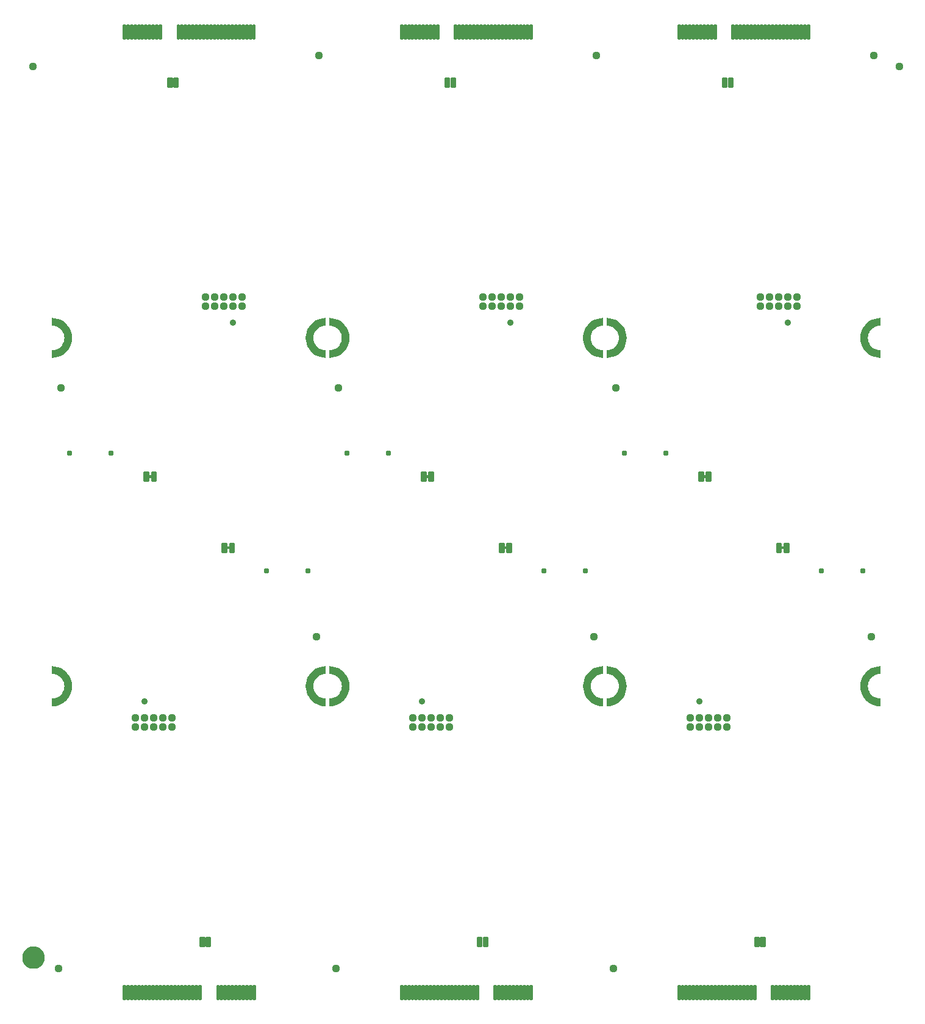
<source format=gbs>
G04 EAGLE Gerber RS-274X export*
G75*
%MOMM*%
%FSLAX34Y34*%
%LPD*%
%INSoldermask Bottom*%
%IPPOS*%
%AMOC8*
5,1,8,0,0,1.08239X$1,22.5*%
G01*
%ADD10C,0.228959*%
%ADD11C,0.736600*%
%ADD12C,1.127000*%
%ADD13C,0.889000*%
%ADD14C,0.228344*%
%ADD15C,0.777000*%
%ADD16C,0.228600*%
%ADD17C,1.270000*%
%ADD18C,1.627000*%

G36*
X774085Y896029D02*
X774085Y896029D01*
X774094Y896032D01*
X774120Y896034D01*
X777954Y896868D01*
X777963Y896872D01*
X777988Y896878D01*
X781664Y898249D01*
X781672Y898255D01*
X781697Y898264D01*
X785140Y900144D01*
X785147Y900151D01*
X785170Y900163D01*
X788311Y902515D01*
X788317Y902523D01*
X788338Y902538D01*
X791113Y905313D01*
X791117Y905321D01*
X791136Y905339D01*
X793487Y908480D01*
X793491Y908490D01*
X793507Y908510D01*
X795387Y911954D01*
X795389Y911963D01*
X795402Y911986D01*
X796773Y915663D01*
X796774Y915672D01*
X796783Y915697D01*
X797617Y919531D01*
X797616Y919540D01*
X797622Y919566D01*
X797902Y923480D01*
X797900Y923489D01*
X797902Y923515D01*
X797622Y927429D01*
X797621Y927433D01*
X797621Y927436D01*
X797618Y927442D01*
X797617Y927464D01*
X796783Y931298D01*
X796778Y931307D01*
X796773Y931332D01*
X795402Y935008D01*
X795396Y935016D01*
X795387Y935041D01*
X793507Y938484D01*
X793500Y938491D01*
X793487Y938514D01*
X791136Y941655D01*
X791128Y941661D01*
X791113Y941682D01*
X788338Y944457D01*
X788330Y944461D01*
X788311Y944480D01*
X785170Y946831D01*
X785161Y946835D01*
X785140Y946851D01*
X781697Y948731D01*
X781687Y948733D01*
X781664Y948746D01*
X777988Y950117D01*
X777979Y950118D01*
X777954Y950127D01*
X774120Y950961D01*
X774110Y950960D01*
X774085Y950966D01*
X770171Y951246D01*
X770146Y951241D01*
X770120Y951244D01*
X770079Y951226D01*
X770035Y951217D01*
X770016Y951198D01*
X769992Y951188D01*
X769967Y951150D01*
X769935Y951118D01*
X769930Y951093D01*
X769915Y951071D01*
X769904Y950997D01*
X769904Y940997D01*
X769906Y940990D01*
X769905Y940983D01*
X769926Y940924D01*
X769943Y940863D01*
X769949Y940858D01*
X769951Y940852D01*
X770001Y940813D01*
X770049Y940771D01*
X770056Y940770D01*
X770061Y940766D01*
X770134Y940749D01*
X772852Y940535D01*
X775484Y939903D01*
X777985Y938867D01*
X780293Y937453D01*
X782351Y935695D01*
X784109Y933637D01*
X785523Y931329D01*
X786559Y928828D01*
X787191Y926196D01*
X787403Y923497D01*
X787191Y920799D01*
X786559Y918167D01*
X785523Y915666D01*
X784109Y913358D01*
X782351Y911300D01*
X780293Y909542D01*
X777985Y908128D01*
X775484Y907092D01*
X772852Y906460D01*
X770134Y906246D01*
X770127Y906243D01*
X770120Y906244D01*
X770062Y906219D01*
X770003Y906196D01*
X769999Y906191D01*
X769992Y906188D01*
X769957Y906135D01*
X769920Y906084D01*
X769919Y906077D01*
X769915Y906071D01*
X769904Y905997D01*
X769904Y895997D01*
X769911Y895972D01*
X769909Y895946D01*
X769931Y895907D01*
X769943Y895863D01*
X769963Y895846D01*
X769975Y895823D01*
X770015Y895801D01*
X770049Y895771D01*
X770074Y895767D01*
X770097Y895755D01*
X770171Y895749D01*
X774085Y896029D01*
G37*
G36*
X3931Y896029D02*
X3931Y896029D01*
X3941Y896032D01*
X3967Y896034D01*
X7801Y896868D01*
X7809Y896872D01*
X7835Y896878D01*
X11511Y898249D01*
X11519Y898255D01*
X11543Y898264D01*
X14987Y900144D01*
X14994Y900151D01*
X15017Y900163D01*
X18158Y902515D01*
X18164Y902523D01*
X18185Y902538D01*
X20959Y905313D01*
X20964Y905321D01*
X20983Y905339D01*
X23334Y908480D01*
X23337Y908490D01*
X23353Y908510D01*
X25234Y911954D01*
X25236Y911963D01*
X25248Y911986D01*
X26620Y915663D01*
X26620Y915672D01*
X26630Y915697D01*
X27464Y919531D01*
X27463Y919540D01*
X27469Y919566D01*
X27749Y923480D01*
X27747Y923489D01*
X27749Y923515D01*
X27469Y927429D01*
X27467Y927433D01*
X27468Y927436D01*
X27465Y927442D01*
X27464Y927464D01*
X26630Y931298D01*
X26625Y931307D01*
X26620Y931332D01*
X25248Y935008D01*
X25243Y935016D01*
X25234Y935041D01*
X23353Y938484D01*
X23346Y938491D01*
X23334Y938514D01*
X20983Y941655D01*
X20975Y941661D01*
X20959Y941682D01*
X18185Y944457D01*
X18176Y944461D01*
X18158Y944480D01*
X15017Y946831D01*
X15008Y946835D01*
X14987Y946851D01*
X11543Y948731D01*
X11534Y948733D01*
X11511Y948746D01*
X7835Y950117D01*
X7825Y950118D01*
X7801Y950127D01*
X3967Y950961D01*
X3957Y950960D01*
X3931Y950966D01*
X18Y951246D01*
X-8Y951241D01*
X-33Y951244D01*
X-75Y951226D01*
X-119Y951217D01*
X-137Y951198D01*
X-161Y951188D01*
X-186Y951150D01*
X-218Y951118D01*
X-224Y951093D01*
X-238Y951071D01*
X-249Y950997D01*
X-249Y940997D01*
X-247Y940990D01*
X-249Y940983D01*
X-228Y940924D01*
X-210Y940863D01*
X-205Y940858D01*
X-202Y940852D01*
X-152Y940813D01*
X-105Y940771D01*
X-98Y940770D01*
X-92Y940766D01*
X-20Y940749D01*
X2698Y940535D01*
X5331Y939903D01*
X7831Y938867D01*
X10139Y937453D01*
X12198Y935695D01*
X13956Y933637D01*
X15370Y931329D01*
X16406Y928828D01*
X17038Y926196D01*
X17250Y923497D01*
X17038Y920799D01*
X16406Y918167D01*
X15370Y915666D01*
X13956Y913358D01*
X12198Y911300D01*
X10139Y909542D01*
X7831Y908128D01*
X5331Y907092D01*
X2698Y906460D01*
X-20Y906246D01*
X-26Y906243D01*
X-33Y906244D01*
X-91Y906219D01*
X-150Y906196D01*
X-155Y906191D01*
X-161Y906188D01*
X-196Y906135D01*
X-234Y906084D01*
X-234Y906077D01*
X-238Y906071D01*
X-249Y905997D01*
X-249Y895997D01*
X-242Y895972D01*
X-244Y895946D01*
X-223Y895907D01*
X-210Y895863D01*
X-190Y895846D01*
X-178Y895823D01*
X-139Y895801D01*
X-105Y895771D01*
X-79Y895767D01*
X-56Y895755D01*
X18Y895749D01*
X3931Y896029D01*
G37*
G36*
X388995Y896029D02*
X388995Y896029D01*
X389005Y896032D01*
X389031Y896034D01*
X392865Y896868D01*
X392873Y896872D01*
X392899Y896878D01*
X396575Y898249D01*
X396583Y898255D01*
X396607Y898264D01*
X400051Y900144D01*
X400058Y900151D01*
X400081Y900163D01*
X403222Y902515D01*
X403228Y902523D01*
X403249Y902538D01*
X406023Y905313D01*
X406028Y905321D01*
X406047Y905339D01*
X408398Y908480D01*
X408401Y908490D01*
X408417Y908510D01*
X410298Y911954D01*
X410300Y911963D01*
X410312Y911986D01*
X411684Y915663D01*
X411684Y915672D01*
X411694Y915697D01*
X412528Y919531D01*
X412527Y919540D01*
X412533Y919566D01*
X412813Y923480D01*
X412811Y923489D01*
X412813Y923515D01*
X412533Y927429D01*
X412531Y927433D01*
X412532Y927436D01*
X412529Y927442D01*
X412528Y927464D01*
X411694Y931298D01*
X411689Y931307D01*
X411684Y931332D01*
X410312Y935008D01*
X410307Y935016D01*
X410298Y935041D01*
X408417Y938484D01*
X408410Y938491D01*
X408398Y938514D01*
X406047Y941655D01*
X406039Y941661D01*
X406023Y941682D01*
X403249Y944457D01*
X403240Y944461D01*
X403222Y944480D01*
X400081Y946831D01*
X400072Y946835D01*
X400051Y946851D01*
X396607Y948731D01*
X396598Y948733D01*
X396575Y948746D01*
X392899Y950117D01*
X392889Y950118D01*
X392865Y950127D01*
X389031Y950961D01*
X389021Y950960D01*
X388995Y950966D01*
X385082Y951246D01*
X385056Y951241D01*
X385031Y951244D01*
X384989Y951226D01*
X384945Y951217D01*
X384927Y951198D01*
X384903Y951188D01*
X384878Y951150D01*
X384846Y951118D01*
X384840Y951093D01*
X384826Y951071D01*
X384815Y950997D01*
X384815Y940997D01*
X384817Y940990D01*
X384815Y940983D01*
X384836Y940924D01*
X384854Y940863D01*
X384859Y940858D01*
X384862Y940852D01*
X384912Y940813D01*
X384959Y940771D01*
X384966Y940770D01*
X384972Y940766D01*
X385044Y940749D01*
X387762Y940535D01*
X390395Y939903D01*
X392895Y938867D01*
X395203Y937453D01*
X397262Y935695D01*
X399020Y933637D01*
X400434Y931329D01*
X401470Y928828D01*
X402102Y926196D01*
X402314Y923497D01*
X402102Y920799D01*
X401470Y918167D01*
X400434Y915666D01*
X399020Y913358D01*
X397262Y911300D01*
X395203Y909542D01*
X392895Y908128D01*
X390395Y907092D01*
X387762Y906460D01*
X385044Y906246D01*
X385038Y906243D01*
X385031Y906244D01*
X384973Y906219D01*
X384914Y906196D01*
X384909Y906191D01*
X384903Y906188D01*
X384868Y906135D01*
X384830Y906084D01*
X384830Y906077D01*
X384826Y906071D01*
X384815Y905997D01*
X384815Y895997D01*
X384822Y895972D01*
X384820Y895946D01*
X384841Y895907D01*
X384854Y895863D01*
X384874Y895846D01*
X384886Y895823D01*
X384925Y895801D01*
X384959Y895771D01*
X384985Y895767D01*
X385008Y895755D01*
X385082Y895749D01*
X388995Y896029D01*
G37*
G36*
X774094Y412531D02*
X774094Y412531D01*
X774103Y412535D01*
X774129Y412536D01*
X777963Y413370D01*
X777972Y413375D01*
X777998Y413380D01*
X781674Y414752D01*
X781682Y414757D01*
X781706Y414766D01*
X785150Y416647D01*
X785157Y416654D01*
X785180Y416666D01*
X788321Y419017D01*
X788327Y419025D01*
X788348Y419041D01*
X791122Y421815D01*
X791127Y421824D01*
X791145Y421842D01*
X793497Y424983D01*
X793500Y424992D01*
X793516Y425013D01*
X795396Y428457D01*
X795399Y428466D01*
X795411Y428489D01*
X796782Y432165D01*
X796783Y432175D01*
X796792Y432199D01*
X797626Y436033D01*
X797626Y436043D01*
X797632Y436069D01*
X797911Y439982D01*
X797909Y439992D01*
X797911Y440018D01*
X797632Y443931D01*
X797630Y443936D01*
X797630Y443939D01*
X797628Y443945D01*
X797626Y443967D01*
X796792Y447801D01*
X796788Y447809D01*
X796782Y447835D01*
X795411Y451511D01*
X795405Y451519D01*
X795396Y451543D01*
X793516Y454987D01*
X793509Y454994D01*
X793497Y455017D01*
X791145Y458158D01*
X791138Y458164D01*
X791122Y458185D01*
X788348Y460959D01*
X788339Y460964D01*
X788321Y460983D01*
X785180Y463334D01*
X785171Y463337D01*
X785150Y463353D01*
X781706Y465234D01*
X781697Y465236D01*
X781674Y465248D01*
X777998Y466620D01*
X777988Y466620D01*
X777963Y466630D01*
X774129Y467464D01*
X774120Y467463D01*
X774094Y467469D01*
X770181Y467749D01*
X770155Y467743D01*
X770129Y467747D01*
X770088Y467729D01*
X770044Y467719D01*
X770026Y467701D01*
X770002Y467690D01*
X769977Y467652D01*
X769945Y467621D01*
X769939Y467595D01*
X769925Y467574D01*
X769914Y467500D01*
X769914Y457500D01*
X769916Y457493D01*
X769914Y457486D01*
X769935Y457427D01*
X769953Y457366D01*
X769958Y457361D01*
X769961Y457354D01*
X770010Y457316D01*
X770058Y457274D01*
X770065Y457273D01*
X770071Y457268D01*
X770143Y457252D01*
X772861Y457038D01*
X775493Y456406D01*
X777994Y455370D01*
X780302Y453956D01*
X782360Y452198D01*
X784118Y450139D01*
X785533Y447831D01*
X786569Y445331D01*
X787200Y442698D01*
X787413Y440000D01*
X787200Y437302D01*
X786569Y434669D01*
X785533Y432169D01*
X784118Y429861D01*
X782360Y427802D01*
X780302Y426044D01*
X777994Y424630D01*
X775493Y423594D01*
X772861Y422962D01*
X770143Y422748D01*
X770137Y422746D01*
X770129Y422747D01*
X770072Y422721D01*
X770013Y422699D01*
X770008Y422693D01*
X770002Y422690D01*
X769967Y422637D01*
X769929Y422587D01*
X769929Y422580D01*
X769925Y422574D01*
X769914Y422500D01*
X769914Y412500D01*
X769921Y412475D01*
X769919Y412449D01*
X769940Y412409D01*
X769953Y412366D01*
X769972Y412349D01*
X769985Y412326D01*
X770024Y412304D01*
X770058Y412274D01*
X770084Y412270D01*
X770107Y412257D01*
X770181Y412251D01*
X774094Y412531D01*
G37*
G36*
X389030Y412531D02*
X389030Y412531D01*
X389039Y412535D01*
X389065Y412536D01*
X392899Y413370D01*
X392908Y413375D01*
X392934Y413380D01*
X396610Y414752D01*
X396618Y414757D01*
X396642Y414766D01*
X400086Y416647D01*
X400093Y416654D01*
X400116Y416666D01*
X403257Y419017D01*
X403263Y419025D01*
X403284Y419041D01*
X406058Y421815D01*
X406063Y421824D01*
X406081Y421842D01*
X408433Y424983D01*
X408436Y424992D01*
X408452Y425013D01*
X410332Y428457D01*
X410335Y428466D01*
X410347Y428489D01*
X411718Y432165D01*
X411719Y432175D01*
X411728Y432199D01*
X412562Y436033D01*
X412562Y436043D01*
X412568Y436069D01*
X412847Y439982D01*
X412845Y439992D01*
X412847Y440018D01*
X412568Y443931D01*
X412566Y443936D01*
X412566Y443939D01*
X412564Y443945D01*
X412562Y443967D01*
X411728Y447801D01*
X411724Y447809D01*
X411718Y447835D01*
X410347Y451511D01*
X410341Y451519D01*
X410332Y451543D01*
X408452Y454987D01*
X408445Y454994D01*
X408433Y455017D01*
X406081Y458158D01*
X406074Y458164D01*
X406058Y458185D01*
X403284Y460959D01*
X403275Y460964D01*
X403257Y460983D01*
X400116Y463334D01*
X400107Y463337D01*
X400086Y463353D01*
X396642Y465234D01*
X396633Y465236D01*
X396610Y465248D01*
X392934Y466620D01*
X392924Y466620D01*
X392899Y466630D01*
X389065Y467464D01*
X389056Y467463D01*
X389030Y467469D01*
X385117Y467749D01*
X385091Y467743D01*
X385065Y467747D01*
X385024Y467729D01*
X384980Y467719D01*
X384962Y467701D01*
X384938Y467690D01*
X384913Y467652D01*
X384881Y467621D01*
X384875Y467595D01*
X384861Y467574D01*
X384850Y467500D01*
X384850Y457500D01*
X384852Y457493D01*
X384850Y457486D01*
X384871Y457427D01*
X384889Y457366D01*
X384894Y457361D01*
X384897Y457354D01*
X384946Y457316D01*
X384994Y457274D01*
X385001Y457273D01*
X385007Y457268D01*
X385079Y457252D01*
X387797Y457038D01*
X390429Y456406D01*
X392930Y455370D01*
X395238Y453956D01*
X397296Y452198D01*
X399054Y450139D01*
X400469Y447831D01*
X401505Y445331D01*
X402136Y442698D01*
X402349Y440000D01*
X402136Y437302D01*
X401505Y434669D01*
X400469Y432169D01*
X399054Y429861D01*
X397296Y427802D01*
X395238Y426044D01*
X392930Y424630D01*
X390429Y423594D01*
X387797Y422962D01*
X385079Y422748D01*
X385073Y422746D01*
X385065Y422747D01*
X385008Y422721D01*
X384949Y422699D01*
X384944Y422693D01*
X384938Y422690D01*
X384903Y422637D01*
X384865Y422587D01*
X384865Y422580D01*
X384861Y422574D01*
X384850Y422500D01*
X384850Y412500D01*
X384857Y412475D01*
X384855Y412449D01*
X384876Y412409D01*
X384889Y412366D01*
X384908Y412349D01*
X384921Y412326D01*
X384960Y412304D01*
X384994Y412274D01*
X385020Y412270D01*
X385043Y412257D01*
X385117Y412251D01*
X389030Y412531D01*
G37*
G36*
X3941Y412531D02*
X3941Y412531D01*
X3950Y412535D01*
X3976Y412536D01*
X7810Y413370D01*
X7819Y413375D01*
X7844Y413380D01*
X11520Y414752D01*
X11528Y414757D01*
X11553Y414766D01*
X14996Y416647D01*
X15003Y416654D01*
X15026Y416666D01*
X18167Y419017D01*
X18173Y419025D01*
X18194Y419041D01*
X20969Y421815D01*
X20973Y421824D01*
X20992Y421842D01*
X23343Y424983D01*
X23347Y424992D01*
X23363Y425013D01*
X25243Y428457D01*
X25245Y428466D01*
X25258Y428489D01*
X26629Y432165D01*
X26630Y432175D01*
X26639Y432199D01*
X27473Y436033D01*
X27472Y436043D01*
X27478Y436069D01*
X27758Y439982D01*
X27756Y439992D01*
X27758Y440018D01*
X27478Y443931D01*
X27477Y443936D01*
X27477Y443939D01*
X27474Y443945D01*
X27473Y443967D01*
X26639Y447801D01*
X26634Y447809D01*
X26629Y447835D01*
X25258Y451511D01*
X25252Y451519D01*
X25243Y451543D01*
X23363Y454987D01*
X23356Y454994D01*
X23343Y455017D01*
X20992Y458158D01*
X20984Y458164D01*
X20969Y458185D01*
X18194Y460959D01*
X18186Y460964D01*
X18167Y460983D01*
X15026Y463334D01*
X15017Y463337D01*
X14996Y463353D01*
X11553Y465234D01*
X11543Y465236D01*
X11520Y465248D01*
X7844Y466620D01*
X7835Y466620D01*
X7810Y466630D01*
X3976Y467464D01*
X3966Y467463D01*
X3941Y467469D01*
X27Y467749D01*
X2Y467743D01*
X-24Y467747D01*
X-65Y467729D01*
X-109Y467719D01*
X-128Y467701D01*
X-152Y467690D01*
X-177Y467652D01*
X-209Y467621D01*
X-214Y467595D01*
X-229Y467574D01*
X-240Y467500D01*
X-240Y457500D01*
X-238Y457493D01*
X-239Y457486D01*
X-218Y457427D01*
X-201Y457366D01*
X-195Y457361D01*
X-193Y457354D01*
X-143Y457316D01*
X-95Y457274D01*
X-88Y457273D01*
X-83Y457268D01*
X-10Y457252D01*
X2708Y457038D01*
X5340Y456406D01*
X7841Y455370D01*
X10149Y453956D01*
X12207Y452198D01*
X13965Y450139D01*
X15379Y447831D01*
X16415Y445331D01*
X17047Y442698D01*
X17259Y440000D01*
X17047Y437302D01*
X16415Y434669D01*
X15379Y432169D01*
X13965Y429861D01*
X12207Y427802D01*
X10149Y426044D01*
X7841Y424630D01*
X5340Y423594D01*
X2708Y422962D01*
X-10Y422748D01*
X-17Y422746D01*
X-24Y422747D01*
X-82Y422721D01*
X-141Y422699D01*
X-145Y422693D01*
X-152Y422690D01*
X-187Y422637D01*
X-224Y422587D01*
X-225Y422580D01*
X-229Y422574D01*
X-240Y422500D01*
X-240Y412500D01*
X-233Y412475D01*
X-235Y412449D01*
X-213Y412409D01*
X-201Y412366D01*
X-181Y412349D01*
X-169Y412326D01*
X-129Y412304D01*
X-95Y412274D01*
X-70Y412270D01*
X-47Y412257D01*
X27Y412251D01*
X3941Y412531D01*
G37*
G36*
X765072Y895754D02*
X765072Y895754D01*
X765097Y895750D01*
X765139Y895769D01*
X765183Y895778D01*
X765201Y895797D01*
X765225Y895807D01*
X765250Y895845D01*
X765282Y895877D01*
X765288Y895902D01*
X765302Y895924D01*
X765313Y895997D01*
X765313Y905997D01*
X765311Y906004D01*
X765313Y906011D01*
X765292Y906071D01*
X765274Y906132D01*
X765269Y906136D01*
X765266Y906143D01*
X765216Y906182D01*
X765169Y906224D01*
X765162Y906225D01*
X765156Y906229D01*
X765084Y906246D01*
X762366Y906460D01*
X759733Y907092D01*
X757233Y908128D01*
X754925Y909542D01*
X752866Y911300D01*
X751108Y913358D01*
X749694Y915666D01*
X748658Y918167D01*
X748026Y920799D01*
X747814Y923497D01*
X748026Y926196D01*
X748658Y928828D01*
X749694Y931329D01*
X751108Y933637D01*
X752866Y935695D01*
X754925Y937453D01*
X757233Y938867D01*
X759733Y939903D01*
X762366Y940535D01*
X765084Y940749D01*
X765090Y940752D01*
X765097Y940750D01*
X765155Y940776D01*
X765214Y940799D01*
X765219Y940804D01*
X765225Y940807D01*
X765260Y940860D01*
X765298Y940911D01*
X765298Y940918D01*
X765302Y940924D01*
X765313Y940997D01*
X765313Y950997D01*
X765306Y951022D01*
X765308Y951048D01*
X765287Y951088D01*
X765274Y951132D01*
X765254Y951149D01*
X765242Y951172D01*
X765203Y951194D01*
X765169Y951224D01*
X765143Y951227D01*
X765120Y951240D01*
X765046Y951246D01*
X761133Y950966D01*
X761123Y950963D01*
X761097Y950961D01*
X757263Y950127D01*
X757255Y950122D01*
X757229Y950117D01*
X753553Y948746D01*
X753545Y948740D01*
X753521Y948731D01*
X750077Y946851D01*
X750070Y946844D01*
X750047Y946831D01*
X746906Y944480D01*
X746900Y944472D01*
X746879Y944457D01*
X744105Y941682D01*
X744100Y941674D01*
X744081Y941655D01*
X741730Y938514D01*
X741727Y938505D01*
X741711Y938484D01*
X739830Y935041D01*
X739828Y935031D01*
X739816Y935008D01*
X738444Y931332D01*
X738444Y931323D01*
X738434Y931298D01*
X737600Y927464D01*
X737601Y927454D01*
X737595Y927429D01*
X737315Y923515D01*
X737317Y923506D01*
X737315Y923480D01*
X737595Y919566D01*
X737599Y919557D01*
X737600Y919531D01*
X738434Y915697D01*
X738439Y915688D01*
X738444Y915663D01*
X739816Y911986D01*
X739821Y911979D01*
X739830Y911954D01*
X741711Y908510D01*
X741718Y908504D01*
X741730Y908480D01*
X744081Y905339D01*
X744089Y905334D01*
X744105Y905313D01*
X746879Y902538D01*
X746888Y902533D01*
X746906Y902515D01*
X750047Y900163D01*
X750056Y900160D01*
X750077Y900144D01*
X753521Y898264D01*
X753530Y898262D01*
X753553Y898249D01*
X757229Y896878D01*
X757239Y896877D01*
X757263Y896868D01*
X761097Y896034D01*
X761107Y896034D01*
X761133Y896029D01*
X765046Y895749D01*
X765072Y895754D01*
G37*
G36*
X1150161Y895754D02*
X1150161Y895754D01*
X1150187Y895750D01*
X1150228Y895769D01*
X1150272Y895778D01*
X1150291Y895797D01*
X1150315Y895807D01*
X1150339Y895845D01*
X1150372Y895877D01*
X1150377Y895902D01*
X1150392Y895924D01*
X1150403Y895997D01*
X1150403Y905997D01*
X1150401Y906004D01*
X1150402Y906011D01*
X1150381Y906071D01*
X1150363Y906132D01*
X1150358Y906136D01*
X1150356Y906143D01*
X1150306Y906182D01*
X1150258Y906224D01*
X1150251Y906225D01*
X1150245Y906229D01*
X1150173Y906246D01*
X1147455Y906460D01*
X1144823Y907092D01*
X1142322Y908128D01*
X1140014Y909542D01*
X1137956Y911300D01*
X1136198Y913358D01*
X1134784Y915666D01*
X1133748Y918167D01*
X1133116Y920799D01*
X1132903Y923497D01*
X1133116Y926196D01*
X1133748Y928828D01*
X1134784Y931329D01*
X1136198Y933637D01*
X1137956Y935695D01*
X1140014Y937453D01*
X1142322Y938867D01*
X1144823Y939903D01*
X1147455Y940535D01*
X1150173Y940749D01*
X1150180Y940752D01*
X1150187Y940750D01*
X1150245Y940776D01*
X1150304Y940799D01*
X1150308Y940804D01*
X1150315Y940807D01*
X1150349Y940860D01*
X1150387Y940911D01*
X1150388Y940918D01*
X1150392Y940924D01*
X1150403Y940997D01*
X1150403Y950997D01*
X1150395Y951022D01*
X1150397Y951048D01*
X1150376Y951088D01*
X1150363Y951132D01*
X1150344Y951149D01*
X1150332Y951172D01*
X1150292Y951194D01*
X1150258Y951224D01*
X1150232Y951227D01*
X1150210Y951240D01*
X1150136Y951246D01*
X1146222Y950966D01*
X1146213Y950963D01*
X1146187Y950961D01*
X1142353Y950127D01*
X1142344Y950122D01*
X1142319Y950117D01*
X1138642Y948746D01*
X1138635Y948740D01*
X1138610Y948731D01*
X1135166Y946851D01*
X1135160Y946844D01*
X1135136Y946831D01*
X1131995Y944480D01*
X1131990Y944472D01*
X1131969Y944457D01*
X1129194Y941682D01*
X1129189Y941674D01*
X1129171Y941655D01*
X1126819Y938514D01*
X1126816Y938505D01*
X1126800Y938484D01*
X1124920Y935041D01*
X1124918Y935031D01*
X1124905Y935008D01*
X1123534Y931332D01*
X1123533Y931323D01*
X1123524Y931298D01*
X1122690Y927464D01*
X1122690Y927454D01*
X1122685Y927429D01*
X1122405Y923515D01*
X1122407Y923506D01*
X1122405Y923480D01*
X1122685Y919566D01*
X1122688Y919557D01*
X1122690Y919531D01*
X1123524Y915697D01*
X1123528Y915688D01*
X1123534Y915663D01*
X1124905Y911986D01*
X1124911Y911979D01*
X1124920Y911954D01*
X1126800Y908510D01*
X1126807Y908504D01*
X1126819Y908480D01*
X1129171Y905339D01*
X1129179Y905334D01*
X1129194Y905313D01*
X1131969Y902538D01*
X1131977Y902533D01*
X1131995Y902515D01*
X1135136Y900163D01*
X1135146Y900160D01*
X1135166Y900144D01*
X1138610Y898264D01*
X1138619Y898262D01*
X1138642Y898249D01*
X1142319Y896878D01*
X1142328Y896877D01*
X1142353Y896868D01*
X1146187Y896034D01*
X1146196Y896034D01*
X1146222Y896029D01*
X1150136Y895749D01*
X1150161Y895754D01*
G37*
G36*
X380008Y895754D02*
X380008Y895754D01*
X380033Y895750D01*
X380075Y895769D01*
X380119Y895778D01*
X380137Y895797D01*
X380161Y895807D01*
X380186Y895845D01*
X380218Y895877D01*
X380224Y895902D01*
X380238Y895924D01*
X380249Y895997D01*
X380249Y905997D01*
X380247Y906004D01*
X380249Y906011D01*
X380228Y906071D01*
X380210Y906132D01*
X380205Y906136D01*
X380202Y906143D01*
X380152Y906182D01*
X380105Y906224D01*
X380098Y906225D01*
X380092Y906229D01*
X380020Y906246D01*
X377302Y906460D01*
X374669Y907092D01*
X372169Y908128D01*
X369861Y909542D01*
X367802Y911300D01*
X366044Y913358D01*
X364630Y915666D01*
X363594Y918167D01*
X362962Y920799D01*
X362750Y923497D01*
X362962Y926196D01*
X363594Y928828D01*
X364630Y931329D01*
X366044Y933637D01*
X367802Y935695D01*
X369861Y937453D01*
X372169Y938867D01*
X374669Y939903D01*
X377302Y940535D01*
X380020Y940749D01*
X380026Y940752D01*
X380033Y940750D01*
X380091Y940776D01*
X380150Y940799D01*
X380155Y940804D01*
X380161Y940807D01*
X380196Y940860D01*
X380234Y940911D01*
X380234Y940918D01*
X380238Y940924D01*
X380249Y940997D01*
X380249Y950997D01*
X380242Y951022D01*
X380244Y951048D01*
X380223Y951088D01*
X380210Y951132D01*
X380190Y951149D01*
X380178Y951172D01*
X380139Y951194D01*
X380105Y951224D01*
X380079Y951227D01*
X380056Y951240D01*
X379982Y951246D01*
X376069Y950966D01*
X376059Y950963D01*
X376033Y950961D01*
X372199Y950127D01*
X372191Y950122D01*
X372165Y950117D01*
X368489Y948746D01*
X368481Y948740D01*
X368457Y948731D01*
X365013Y946851D01*
X365006Y946844D01*
X364983Y946831D01*
X361842Y944480D01*
X361836Y944472D01*
X361815Y944457D01*
X359041Y941682D01*
X359036Y941674D01*
X359017Y941655D01*
X356666Y938514D01*
X356663Y938505D01*
X356647Y938484D01*
X354766Y935041D01*
X354764Y935031D01*
X354752Y935008D01*
X353380Y931332D01*
X353380Y931323D01*
X353370Y931298D01*
X352536Y927464D01*
X352537Y927454D01*
X352531Y927429D01*
X352251Y923515D01*
X352253Y923506D01*
X352251Y923480D01*
X352531Y919566D01*
X352535Y919557D01*
X352536Y919531D01*
X353370Y915697D01*
X353375Y915688D01*
X353380Y915663D01*
X354752Y911986D01*
X354757Y911979D01*
X354766Y911954D01*
X356647Y908510D01*
X356654Y908504D01*
X356666Y908480D01*
X359017Y905339D01*
X359025Y905334D01*
X359041Y905313D01*
X361815Y902538D01*
X361824Y902533D01*
X361842Y902515D01*
X364983Y900163D01*
X364992Y900160D01*
X365013Y900144D01*
X368457Y898264D01*
X368466Y898262D01*
X368489Y898249D01*
X372165Y896878D01*
X372175Y896877D01*
X372199Y896868D01*
X376033Y896034D01*
X376043Y896034D01*
X376069Y896029D01*
X379982Y895749D01*
X380008Y895754D01*
G37*
G36*
X1150171Y412257D02*
X1150171Y412257D01*
X1150196Y412253D01*
X1150238Y412271D01*
X1150282Y412281D01*
X1150300Y412299D01*
X1150324Y412310D01*
X1150349Y412348D01*
X1150381Y412379D01*
X1150387Y412405D01*
X1150401Y412427D01*
X1150412Y412500D01*
X1150412Y422500D01*
X1150410Y422507D01*
X1150412Y422514D01*
X1150391Y422573D01*
X1150373Y422634D01*
X1150367Y422639D01*
X1150365Y422646D01*
X1150315Y422685D01*
X1150268Y422726D01*
X1150260Y422727D01*
X1150255Y422732D01*
X1150182Y422748D01*
X1147464Y422962D01*
X1144832Y423594D01*
X1142331Y424630D01*
X1140024Y426044D01*
X1137965Y427802D01*
X1136207Y429861D01*
X1134793Y432169D01*
X1133757Y434669D01*
X1133125Y437302D01*
X1132913Y440000D01*
X1133125Y442698D01*
X1133757Y445331D01*
X1134793Y447831D01*
X1136207Y450139D01*
X1137965Y452198D01*
X1140024Y453956D01*
X1142331Y455370D01*
X1144832Y456406D01*
X1147464Y457038D01*
X1150182Y457252D01*
X1150189Y457254D01*
X1150196Y457253D01*
X1150254Y457279D01*
X1150313Y457301D01*
X1150317Y457307D01*
X1150324Y457310D01*
X1150359Y457363D01*
X1150397Y457413D01*
X1150397Y457421D01*
X1150401Y457427D01*
X1150412Y457500D01*
X1150412Y467500D01*
X1150405Y467525D01*
X1150407Y467551D01*
X1150386Y467591D01*
X1150373Y467634D01*
X1150353Y467651D01*
X1150341Y467674D01*
X1150302Y467696D01*
X1150268Y467726D01*
X1150242Y467730D01*
X1150219Y467743D01*
X1150145Y467749D01*
X1146231Y467469D01*
X1146222Y467465D01*
X1146196Y467464D01*
X1142362Y466630D01*
X1142354Y466625D01*
X1142328Y466620D01*
X1138652Y465248D01*
X1138644Y465243D01*
X1138619Y465234D01*
X1135176Y463353D01*
X1135169Y463346D01*
X1135146Y463334D01*
X1132005Y460983D01*
X1131999Y460975D01*
X1131978Y460959D01*
X1129203Y458185D01*
X1129199Y458176D01*
X1129180Y458158D01*
X1126829Y455017D01*
X1126825Y455008D01*
X1126810Y454987D01*
X1124929Y451543D01*
X1124927Y451534D01*
X1124914Y451511D01*
X1123543Y447835D01*
X1123543Y447825D01*
X1123533Y447801D01*
X1122699Y443967D01*
X1122700Y443957D01*
X1122694Y443931D01*
X1122414Y440018D01*
X1122416Y440008D01*
X1122414Y439982D01*
X1122694Y436069D01*
X1122697Y436059D01*
X1122699Y436033D01*
X1123533Y432199D01*
X1123538Y432191D01*
X1123543Y432165D01*
X1124914Y428489D01*
X1124920Y428481D01*
X1124929Y428457D01*
X1126810Y425013D01*
X1126816Y425006D01*
X1126829Y424983D01*
X1129180Y421842D01*
X1129188Y421836D01*
X1129203Y421815D01*
X1131978Y419041D01*
X1131986Y419036D01*
X1132005Y419017D01*
X1135146Y416666D01*
X1135155Y416663D01*
X1135176Y416647D01*
X1138619Y414766D01*
X1138629Y414764D01*
X1138652Y414752D01*
X1142328Y413380D01*
X1142338Y413380D01*
X1142362Y413370D01*
X1146196Y412536D01*
X1146206Y412537D01*
X1146231Y412531D01*
X1150145Y412251D01*
X1150171Y412257D01*
G37*
G36*
X765107Y412257D02*
X765107Y412257D01*
X765132Y412253D01*
X765174Y412271D01*
X765218Y412281D01*
X765236Y412299D01*
X765260Y412310D01*
X765285Y412348D01*
X765317Y412379D01*
X765323Y412405D01*
X765337Y412427D01*
X765348Y412500D01*
X765348Y422500D01*
X765346Y422507D01*
X765348Y422514D01*
X765327Y422573D01*
X765309Y422634D01*
X765303Y422639D01*
X765301Y422646D01*
X765251Y422685D01*
X765204Y422726D01*
X765196Y422727D01*
X765191Y422732D01*
X765118Y422748D01*
X762400Y422962D01*
X759768Y423594D01*
X757267Y424630D01*
X754960Y426044D01*
X752901Y427802D01*
X751143Y429861D01*
X749729Y432169D01*
X748693Y434669D01*
X748061Y437302D01*
X747849Y440000D01*
X748061Y442698D01*
X748693Y445331D01*
X749729Y447831D01*
X751143Y450139D01*
X752901Y452198D01*
X754960Y453956D01*
X757267Y455370D01*
X759768Y456406D01*
X762400Y457038D01*
X765118Y457252D01*
X765125Y457254D01*
X765132Y457253D01*
X765190Y457279D01*
X765249Y457301D01*
X765253Y457307D01*
X765260Y457310D01*
X765295Y457363D01*
X765333Y457413D01*
X765333Y457421D01*
X765337Y457427D01*
X765348Y457500D01*
X765348Y467500D01*
X765341Y467525D01*
X765343Y467551D01*
X765322Y467591D01*
X765309Y467634D01*
X765289Y467651D01*
X765277Y467674D01*
X765238Y467696D01*
X765204Y467726D01*
X765178Y467730D01*
X765155Y467743D01*
X765081Y467749D01*
X761167Y467469D01*
X761158Y467465D01*
X761132Y467464D01*
X757298Y466630D01*
X757290Y466625D01*
X757264Y466620D01*
X753588Y465248D01*
X753580Y465243D01*
X753555Y465234D01*
X750112Y463353D01*
X750105Y463346D01*
X750082Y463334D01*
X746941Y460983D01*
X746935Y460975D01*
X746914Y460959D01*
X744139Y458185D01*
X744135Y458176D01*
X744116Y458158D01*
X741765Y455017D01*
X741761Y455008D01*
X741746Y454987D01*
X739865Y451543D01*
X739863Y451534D01*
X739850Y451511D01*
X738479Y447835D01*
X738479Y447825D01*
X738469Y447801D01*
X737635Y443967D01*
X737636Y443957D01*
X737630Y443931D01*
X737350Y440018D01*
X737352Y440008D01*
X737350Y439982D01*
X737630Y436069D01*
X737633Y436059D01*
X737635Y436033D01*
X738469Y432199D01*
X738474Y432191D01*
X738479Y432165D01*
X739850Y428489D01*
X739856Y428481D01*
X739865Y428457D01*
X741746Y425013D01*
X741752Y425006D01*
X741765Y424983D01*
X744116Y421842D01*
X744124Y421836D01*
X744139Y421815D01*
X746914Y419041D01*
X746922Y419036D01*
X746941Y419017D01*
X750082Y416666D01*
X750091Y416663D01*
X750112Y416647D01*
X753555Y414766D01*
X753565Y414764D01*
X753588Y414752D01*
X757264Y413380D01*
X757274Y413380D01*
X757298Y413370D01*
X761132Y412536D01*
X761142Y412537D01*
X761167Y412531D01*
X765081Y412251D01*
X765107Y412257D01*
G37*
G36*
X380017Y412257D02*
X380017Y412257D01*
X380043Y412253D01*
X380084Y412271D01*
X380128Y412281D01*
X380147Y412299D01*
X380171Y412310D01*
X380195Y412348D01*
X380228Y412379D01*
X380233Y412405D01*
X380248Y412427D01*
X380259Y412500D01*
X380259Y422500D01*
X380257Y422507D01*
X380258Y422514D01*
X380237Y422573D01*
X380219Y422634D01*
X380214Y422639D01*
X380212Y422646D01*
X380162Y422685D01*
X380114Y422726D01*
X380107Y422727D01*
X380101Y422732D01*
X380029Y422748D01*
X377311Y422962D01*
X374679Y423594D01*
X372178Y424630D01*
X369870Y426044D01*
X367812Y427802D01*
X366054Y429861D01*
X364640Y432169D01*
X363604Y434669D01*
X362972Y437302D01*
X362759Y440000D01*
X362972Y442698D01*
X363604Y445331D01*
X364640Y447831D01*
X366054Y450139D01*
X367812Y452198D01*
X369870Y453956D01*
X372178Y455370D01*
X374679Y456406D01*
X377311Y457038D01*
X380029Y457252D01*
X380036Y457254D01*
X380043Y457253D01*
X380101Y457279D01*
X380160Y457301D01*
X380164Y457307D01*
X380171Y457310D01*
X380205Y457363D01*
X380243Y457413D01*
X380244Y457421D01*
X380248Y457427D01*
X380259Y457500D01*
X380259Y467500D01*
X380251Y467525D01*
X380253Y467551D01*
X380232Y467591D01*
X380219Y467634D01*
X380200Y467651D01*
X380188Y467674D01*
X380148Y467696D01*
X380114Y467726D01*
X380088Y467730D01*
X380066Y467743D01*
X379992Y467749D01*
X376078Y467469D01*
X376069Y467465D01*
X376043Y467464D01*
X372209Y466630D01*
X372200Y466625D01*
X372175Y466620D01*
X368498Y465248D01*
X368491Y465243D01*
X368466Y465234D01*
X365022Y463353D01*
X365016Y463346D01*
X364992Y463334D01*
X361851Y460983D01*
X361846Y460975D01*
X361825Y460959D01*
X359050Y458185D01*
X359045Y458176D01*
X359027Y458158D01*
X356675Y455017D01*
X356672Y455008D01*
X356656Y454987D01*
X354776Y451543D01*
X354774Y451534D01*
X354761Y451511D01*
X353390Y447835D01*
X353389Y447825D01*
X353380Y447801D01*
X352546Y443967D01*
X352546Y443957D01*
X352541Y443931D01*
X352261Y440018D01*
X352263Y440008D01*
X352261Y439982D01*
X352541Y436069D01*
X352544Y436059D01*
X352546Y436033D01*
X353380Y432199D01*
X353384Y432191D01*
X353390Y432165D01*
X354761Y428489D01*
X354767Y428481D01*
X354776Y428457D01*
X356656Y425013D01*
X356663Y425006D01*
X356675Y424983D01*
X359027Y421842D01*
X359035Y421836D01*
X359050Y421815D01*
X361825Y419041D01*
X361833Y419036D01*
X361851Y419017D01*
X364992Y416666D01*
X365002Y416663D01*
X365022Y416647D01*
X368466Y414766D01*
X368475Y414764D01*
X368498Y414752D01*
X372175Y413380D01*
X372184Y413380D01*
X372209Y413370D01*
X376043Y412536D01*
X376052Y412537D01*
X376078Y412531D01*
X379992Y412251D01*
X380017Y412257D01*
G37*
G36*
X522924Y729145D02*
X522924Y729145D01*
X522990Y729147D01*
X523033Y729164D01*
X523080Y729173D01*
X523137Y729206D01*
X523197Y729231D01*
X523232Y729263D01*
X523273Y729287D01*
X523315Y729338D01*
X523363Y729382D01*
X523385Y729425D01*
X523414Y729461D01*
X523435Y729523D01*
X523466Y729582D01*
X523474Y729636D01*
X523486Y729674D01*
X523485Y729713D01*
X523493Y729767D01*
X523493Y732307D01*
X523482Y732372D01*
X523480Y732438D01*
X523462Y732482D01*
X523454Y732528D01*
X523420Y732585D01*
X523395Y732646D01*
X523364Y732681D01*
X523339Y732721D01*
X523288Y732763D01*
X523244Y732811D01*
X523202Y732833D01*
X523165Y732863D01*
X523103Y732884D01*
X523044Y732914D01*
X522990Y732922D01*
X522953Y732935D01*
X522913Y732934D01*
X522859Y732942D01*
X519049Y732942D01*
X518984Y732930D01*
X518918Y732928D01*
X518875Y732910D01*
X518828Y732902D01*
X518771Y732868D01*
X518711Y732844D01*
X518676Y732812D01*
X518635Y732788D01*
X518594Y732737D01*
X518545Y732692D01*
X518523Y732650D01*
X518494Y732614D01*
X518473Y732551D01*
X518442Y732493D01*
X518434Y732438D01*
X518422Y732401D01*
X518422Y732398D01*
X518423Y732361D01*
X518415Y732307D01*
X518415Y729767D01*
X518426Y729703D01*
X518428Y729637D01*
X518446Y729593D01*
X518454Y729547D01*
X518488Y729490D01*
X518513Y729429D01*
X518544Y729394D01*
X518569Y729353D01*
X518620Y729312D01*
X518664Y729263D01*
X518706Y729242D01*
X518743Y729212D01*
X518805Y729191D01*
X518864Y729161D01*
X518918Y729153D01*
X518955Y729140D01*
X518995Y729141D01*
X519049Y729133D01*
X522859Y729133D01*
X522924Y729145D01*
G37*
G36*
X137860Y729145D02*
X137860Y729145D01*
X137926Y729147D01*
X137969Y729164D01*
X138016Y729173D01*
X138073Y729206D01*
X138133Y729231D01*
X138168Y729263D01*
X138209Y729287D01*
X138251Y729338D01*
X138299Y729382D01*
X138321Y729425D01*
X138350Y729461D01*
X138371Y729523D01*
X138402Y729582D01*
X138410Y729636D01*
X138422Y729674D01*
X138421Y729713D01*
X138429Y729767D01*
X138429Y732307D01*
X138418Y732372D01*
X138416Y732438D01*
X138398Y732482D01*
X138390Y732528D01*
X138356Y732585D01*
X138331Y732646D01*
X138300Y732681D01*
X138275Y732721D01*
X138224Y732763D01*
X138180Y732811D01*
X138138Y732833D01*
X138101Y732863D01*
X138039Y732884D01*
X137980Y732914D01*
X137926Y732922D01*
X137889Y732935D01*
X137849Y732934D01*
X137795Y732942D01*
X133985Y732942D01*
X133920Y732930D01*
X133854Y732928D01*
X133811Y732910D01*
X133764Y732902D01*
X133707Y732868D01*
X133647Y732844D01*
X133612Y732812D01*
X133571Y732788D01*
X133530Y732737D01*
X133481Y732692D01*
X133459Y732650D01*
X133430Y732614D01*
X133409Y732551D01*
X133378Y732493D01*
X133370Y732438D01*
X133358Y732401D01*
X133358Y732398D01*
X133359Y732361D01*
X133351Y732307D01*
X133351Y729767D01*
X133362Y729703D01*
X133364Y729637D01*
X133382Y729593D01*
X133390Y729547D01*
X133424Y729490D01*
X133449Y729429D01*
X133480Y729394D01*
X133505Y729353D01*
X133556Y729312D01*
X133600Y729263D01*
X133642Y729242D01*
X133679Y729212D01*
X133741Y729191D01*
X133800Y729161D01*
X133854Y729153D01*
X133891Y729140D01*
X133931Y729141D01*
X133985Y729133D01*
X137795Y729133D01*
X137860Y729145D01*
G37*
G36*
X908013Y729145D02*
X908013Y729145D01*
X908079Y729147D01*
X908123Y729164D01*
X908169Y729173D01*
X908226Y729206D01*
X908287Y729231D01*
X908322Y729263D01*
X908362Y729287D01*
X908404Y729338D01*
X908452Y729382D01*
X908474Y729425D01*
X908504Y729461D01*
X908525Y729523D01*
X908555Y729582D01*
X908563Y729636D01*
X908576Y729674D01*
X908575Y729713D01*
X908583Y729767D01*
X908583Y732307D01*
X908571Y732372D01*
X908569Y732438D01*
X908551Y732482D01*
X908543Y732528D01*
X908509Y732585D01*
X908485Y732646D01*
X908453Y732681D01*
X908429Y732721D01*
X908378Y732763D01*
X908333Y732811D01*
X908291Y732833D01*
X908255Y732863D01*
X908192Y732884D01*
X908134Y732914D01*
X908079Y732922D01*
X908042Y732935D01*
X908003Y732934D01*
X907948Y732942D01*
X904138Y732942D01*
X904074Y732930D01*
X904008Y732928D01*
X903964Y732910D01*
X903918Y732902D01*
X903861Y732868D01*
X903800Y732844D01*
X903765Y732812D01*
X903724Y732788D01*
X903683Y732737D01*
X903634Y732692D01*
X903613Y732650D01*
X903583Y732614D01*
X903562Y732551D01*
X903532Y732493D01*
X903524Y732438D01*
X903511Y732401D01*
X903511Y732398D01*
X903512Y732361D01*
X903504Y732307D01*
X903504Y729767D01*
X903516Y729703D01*
X903518Y729637D01*
X903535Y729593D01*
X903544Y729547D01*
X903577Y729490D01*
X903602Y729429D01*
X903634Y729394D01*
X903658Y729353D01*
X903709Y729312D01*
X903753Y729263D01*
X903796Y729242D01*
X903832Y729212D01*
X903894Y729191D01*
X903953Y729161D01*
X904007Y729153D01*
X904045Y729140D01*
X904084Y729141D01*
X904138Y729133D01*
X907948Y729133D01*
X908013Y729145D01*
G37*
G36*
X1016243Y630567D02*
X1016243Y630567D01*
X1016308Y630569D01*
X1016352Y630587D01*
X1016399Y630595D01*
X1016455Y630629D01*
X1016516Y630654D01*
X1016551Y630685D01*
X1016592Y630710D01*
X1016633Y630761D01*
X1016682Y630805D01*
X1016703Y630847D01*
X1016733Y630884D01*
X1016754Y630946D01*
X1016784Y631005D01*
X1016793Y631059D01*
X1016805Y631096D01*
X1016804Y631136D01*
X1016812Y631190D01*
X1016812Y633730D01*
X1016800Y633795D01*
X1016798Y633861D01*
X1016781Y633904D01*
X1016772Y633951D01*
X1016739Y634008D01*
X1016714Y634068D01*
X1016682Y634103D01*
X1016658Y634144D01*
X1016607Y634186D01*
X1016563Y634234D01*
X1016521Y634256D01*
X1016484Y634285D01*
X1016422Y634306D01*
X1016363Y634337D01*
X1016309Y634345D01*
X1016272Y634357D01*
X1016232Y634356D01*
X1016178Y634364D01*
X1012368Y634364D01*
X1012303Y634353D01*
X1012237Y634351D01*
X1012194Y634333D01*
X1012147Y634325D01*
X1012090Y634291D01*
X1012029Y634266D01*
X1011995Y634235D01*
X1011954Y634210D01*
X1011912Y634159D01*
X1011864Y634115D01*
X1011842Y634073D01*
X1011812Y634036D01*
X1011791Y633974D01*
X1011761Y633915D01*
X1011753Y633861D01*
X1011741Y633824D01*
X1011741Y633821D01*
X1011742Y633784D01*
X1011734Y633730D01*
X1011734Y631190D01*
X1011745Y631125D01*
X1011747Y631059D01*
X1011765Y631016D01*
X1011773Y630969D01*
X1011807Y630912D01*
X1011831Y630852D01*
X1011863Y630817D01*
X1011887Y630776D01*
X1011938Y630735D01*
X1011983Y630686D01*
X1012025Y630664D01*
X1012062Y630635D01*
X1012124Y630614D01*
X1012182Y630583D01*
X1012237Y630575D01*
X1012274Y630563D01*
X1012313Y630564D01*
X1012368Y630556D01*
X1016178Y630556D01*
X1016243Y630567D01*
G37*
G36*
X246089Y630567D02*
X246089Y630567D01*
X246155Y630569D01*
X246199Y630587D01*
X246245Y630595D01*
X246302Y630629D01*
X246363Y630654D01*
X246398Y630685D01*
X246438Y630710D01*
X246480Y630761D01*
X246528Y630805D01*
X246550Y630847D01*
X246580Y630884D01*
X246601Y630946D01*
X246631Y631005D01*
X246639Y631059D01*
X246652Y631096D01*
X246651Y631136D01*
X246659Y631190D01*
X246659Y633730D01*
X246647Y633795D01*
X246645Y633861D01*
X246627Y633904D01*
X246619Y633951D01*
X246585Y634008D01*
X246561Y634068D01*
X246529Y634103D01*
X246505Y634144D01*
X246454Y634186D01*
X246409Y634234D01*
X246367Y634256D01*
X246331Y634285D01*
X246268Y634306D01*
X246210Y634337D01*
X246155Y634345D01*
X246118Y634357D01*
X246079Y634356D01*
X246024Y634364D01*
X242214Y634364D01*
X242150Y634353D01*
X242084Y634351D01*
X242040Y634333D01*
X241994Y634325D01*
X241937Y634291D01*
X241876Y634266D01*
X241841Y634235D01*
X241800Y634210D01*
X241759Y634159D01*
X241710Y634115D01*
X241689Y634073D01*
X241659Y634036D01*
X241638Y633974D01*
X241608Y633915D01*
X241600Y633861D01*
X241587Y633824D01*
X241587Y633821D01*
X241588Y633784D01*
X241580Y633730D01*
X241580Y631190D01*
X241592Y631125D01*
X241594Y631059D01*
X241611Y631016D01*
X241620Y630969D01*
X241653Y630912D01*
X241678Y630852D01*
X241710Y630817D01*
X241734Y630776D01*
X241785Y630735D01*
X241829Y630686D01*
X241872Y630664D01*
X241908Y630635D01*
X241970Y630614D01*
X242029Y630583D01*
X242083Y630575D01*
X242121Y630563D01*
X242160Y630564D01*
X242214Y630556D01*
X246024Y630556D01*
X246089Y630567D01*
G37*
G36*
X631179Y630567D02*
X631179Y630567D01*
X631244Y630569D01*
X631288Y630587D01*
X631335Y630595D01*
X631391Y630629D01*
X631452Y630654D01*
X631487Y630685D01*
X631528Y630710D01*
X631569Y630761D01*
X631618Y630805D01*
X631639Y630847D01*
X631669Y630884D01*
X631690Y630946D01*
X631720Y631005D01*
X631729Y631059D01*
X631741Y631096D01*
X631740Y631136D01*
X631748Y631190D01*
X631748Y633730D01*
X631736Y633795D01*
X631734Y633861D01*
X631717Y633904D01*
X631708Y633951D01*
X631675Y634008D01*
X631650Y634068D01*
X631618Y634103D01*
X631594Y634144D01*
X631543Y634186D01*
X631499Y634234D01*
X631457Y634256D01*
X631420Y634285D01*
X631358Y634306D01*
X631299Y634337D01*
X631245Y634345D01*
X631208Y634357D01*
X631168Y634356D01*
X631114Y634364D01*
X627304Y634364D01*
X627239Y634353D01*
X627173Y634351D01*
X627130Y634333D01*
X627083Y634325D01*
X627026Y634291D01*
X626965Y634266D01*
X626931Y634235D01*
X626890Y634210D01*
X626848Y634159D01*
X626800Y634115D01*
X626778Y634073D01*
X626748Y634036D01*
X626727Y633974D01*
X626697Y633915D01*
X626689Y633861D01*
X626677Y633824D01*
X626677Y633821D01*
X626678Y633784D01*
X626670Y633730D01*
X626670Y631190D01*
X626681Y631125D01*
X626683Y631059D01*
X626701Y631016D01*
X626709Y630969D01*
X626743Y630912D01*
X626767Y630852D01*
X626799Y630817D01*
X626823Y630776D01*
X626874Y630735D01*
X626919Y630686D01*
X626961Y630664D01*
X626998Y630635D01*
X627060Y630614D01*
X627118Y630583D01*
X627173Y630575D01*
X627210Y630563D01*
X627249Y630564D01*
X627304Y630556D01*
X631114Y630556D01*
X631179Y630567D01*
G37*
D10*
X281249Y6010D02*
X278769Y6010D01*
X278769Y24490D01*
X281249Y24490D01*
X281249Y6010D01*
X281249Y8185D02*
X278769Y8185D01*
X278769Y10360D02*
X281249Y10360D01*
X281249Y12535D02*
X278769Y12535D01*
X278769Y14710D02*
X281249Y14710D01*
X281249Y16885D02*
X278769Y16885D01*
X278769Y19060D02*
X281249Y19060D01*
X281249Y21235D02*
X278769Y21235D01*
X278769Y23410D02*
X281249Y23410D01*
X276249Y6010D02*
X273769Y6010D01*
X273769Y24490D01*
X276249Y24490D01*
X276249Y6010D01*
X276249Y8185D02*
X273769Y8185D01*
X273769Y10360D02*
X276249Y10360D01*
X276249Y12535D02*
X273769Y12535D01*
X273769Y14710D02*
X276249Y14710D01*
X276249Y16885D02*
X273769Y16885D01*
X273769Y19060D02*
X276249Y19060D01*
X276249Y21235D02*
X273769Y21235D01*
X273769Y23410D02*
X276249Y23410D01*
X271249Y6010D02*
X268769Y6010D01*
X268769Y24490D01*
X271249Y24490D01*
X271249Y6010D01*
X271249Y8185D02*
X268769Y8185D01*
X268769Y10360D02*
X271249Y10360D01*
X271249Y12535D02*
X268769Y12535D01*
X268769Y14710D02*
X271249Y14710D01*
X271249Y16885D02*
X268769Y16885D01*
X268769Y19060D02*
X271249Y19060D01*
X271249Y21235D02*
X268769Y21235D01*
X268769Y23410D02*
X271249Y23410D01*
X266249Y6010D02*
X263769Y6010D01*
X263769Y24490D01*
X266249Y24490D01*
X266249Y6010D01*
X266249Y8185D02*
X263769Y8185D01*
X263769Y10360D02*
X266249Y10360D01*
X266249Y12535D02*
X263769Y12535D01*
X263769Y14710D02*
X266249Y14710D01*
X266249Y16885D02*
X263769Y16885D01*
X263769Y19060D02*
X266249Y19060D01*
X266249Y21235D02*
X263769Y21235D01*
X263769Y23410D02*
X266249Y23410D01*
X261249Y6010D02*
X258769Y6010D01*
X258769Y24490D01*
X261249Y24490D01*
X261249Y6010D01*
X261249Y8185D02*
X258769Y8185D01*
X258769Y10360D02*
X261249Y10360D01*
X261249Y12535D02*
X258769Y12535D01*
X258769Y14710D02*
X261249Y14710D01*
X261249Y16885D02*
X258769Y16885D01*
X258769Y19060D02*
X261249Y19060D01*
X261249Y21235D02*
X258769Y21235D01*
X258769Y23410D02*
X261249Y23410D01*
X256249Y6010D02*
X253769Y6010D01*
X253769Y24490D01*
X256249Y24490D01*
X256249Y6010D01*
X256249Y8185D02*
X253769Y8185D01*
X253769Y10360D02*
X256249Y10360D01*
X256249Y12535D02*
X253769Y12535D01*
X253769Y14710D02*
X256249Y14710D01*
X256249Y16885D02*
X253769Y16885D01*
X253769Y19060D02*
X256249Y19060D01*
X256249Y21235D02*
X253769Y21235D01*
X253769Y23410D02*
X256249Y23410D01*
X251249Y6010D02*
X248769Y6010D01*
X248769Y24490D01*
X251249Y24490D01*
X251249Y6010D01*
X251249Y8185D02*
X248769Y8185D01*
X248769Y10360D02*
X251249Y10360D01*
X251249Y12535D02*
X248769Y12535D01*
X248769Y14710D02*
X251249Y14710D01*
X251249Y16885D02*
X248769Y16885D01*
X248769Y19060D02*
X251249Y19060D01*
X251249Y21235D02*
X248769Y21235D01*
X248769Y23410D02*
X251249Y23410D01*
X246249Y6010D02*
X243769Y6010D01*
X243769Y24490D01*
X246249Y24490D01*
X246249Y6010D01*
X246249Y8185D02*
X243769Y8185D01*
X243769Y10360D02*
X246249Y10360D01*
X246249Y12535D02*
X243769Y12535D01*
X243769Y14710D02*
X246249Y14710D01*
X246249Y16885D02*
X243769Y16885D01*
X243769Y19060D02*
X246249Y19060D01*
X246249Y21235D02*
X243769Y21235D01*
X243769Y23410D02*
X246249Y23410D01*
X241249Y6010D02*
X238769Y6010D01*
X238769Y24490D01*
X241249Y24490D01*
X241249Y6010D01*
X241249Y8185D02*
X238769Y8185D01*
X238769Y10360D02*
X241249Y10360D01*
X241249Y12535D02*
X238769Y12535D01*
X238769Y14710D02*
X241249Y14710D01*
X241249Y16885D02*
X238769Y16885D01*
X238769Y19060D02*
X241249Y19060D01*
X241249Y21235D02*
X238769Y21235D01*
X238769Y23410D02*
X241249Y23410D01*
X236249Y6010D02*
X233769Y6010D01*
X233769Y24490D01*
X236249Y24490D01*
X236249Y6010D01*
X236249Y8185D02*
X233769Y8185D01*
X233769Y10360D02*
X236249Y10360D01*
X236249Y12535D02*
X233769Y12535D01*
X233769Y14710D02*
X236249Y14710D01*
X236249Y16885D02*
X233769Y16885D01*
X233769Y19060D02*
X236249Y19060D01*
X236249Y21235D02*
X233769Y21235D01*
X233769Y23410D02*
X236249Y23410D01*
X231249Y6010D02*
X228769Y6010D01*
X228769Y24490D01*
X231249Y24490D01*
X231249Y6010D01*
X231249Y8185D02*
X228769Y8185D01*
X228769Y10360D02*
X231249Y10360D01*
X231249Y12535D02*
X228769Y12535D01*
X228769Y14710D02*
X231249Y14710D01*
X231249Y16885D02*
X228769Y16885D01*
X228769Y19060D02*
X231249Y19060D01*
X231249Y21235D02*
X228769Y21235D01*
X228769Y23410D02*
X231249Y23410D01*
X206249Y6010D02*
X203769Y6010D01*
X203769Y24490D01*
X206249Y24490D01*
X206249Y6010D01*
X206249Y8185D02*
X203769Y8185D01*
X203769Y10360D02*
X206249Y10360D01*
X206249Y12535D02*
X203769Y12535D01*
X203769Y14710D02*
X206249Y14710D01*
X206249Y16885D02*
X203769Y16885D01*
X203769Y19060D02*
X206249Y19060D01*
X206249Y21235D02*
X203769Y21235D01*
X203769Y23410D02*
X206249Y23410D01*
X201249Y6010D02*
X198769Y6010D01*
X198769Y24490D01*
X201249Y24490D01*
X201249Y6010D01*
X201249Y8185D02*
X198769Y8185D01*
X198769Y10360D02*
X201249Y10360D01*
X201249Y12535D02*
X198769Y12535D01*
X198769Y14710D02*
X201249Y14710D01*
X201249Y16885D02*
X198769Y16885D01*
X198769Y19060D02*
X201249Y19060D01*
X201249Y21235D02*
X198769Y21235D01*
X198769Y23410D02*
X201249Y23410D01*
X196249Y6010D02*
X193769Y6010D01*
X193769Y24490D01*
X196249Y24490D01*
X196249Y6010D01*
X196249Y8185D02*
X193769Y8185D01*
X193769Y10360D02*
X196249Y10360D01*
X196249Y12535D02*
X193769Y12535D01*
X193769Y14710D02*
X196249Y14710D01*
X196249Y16885D02*
X193769Y16885D01*
X193769Y19060D02*
X196249Y19060D01*
X196249Y21235D02*
X193769Y21235D01*
X193769Y23410D02*
X196249Y23410D01*
X191249Y6010D02*
X188769Y6010D01*
X188769Y24490D01*
X191249Y24490D01*
X191249Y6010D01*
X191249Y8185D02*
X188769Y8185D01*
X188769Y10360D02*
X191249Y10360D01*
X191249Y12535D02*
X188769Y12535D01*
X188769Y14710D02*
X191249Y14710D01*
X191249Y16885D02*
X188769Y16885D01*
X188769Y19060D02*
X191249Y19060D01*
X191249Y21235D02*
X188769Y21235D01*
X188769Y23410D02*
X191249Y23410D01*
X186249Y6010D02*
X183769Y6010D01*
X183769Y24490D01*
X186249Y24490D01*
X186249Y6010D01*
X186249Y8185D02*
X183769Y8185D01*
X183769Y10360D02*
X186249Y10360D01*
X186249Y12535D02*
X183769Y12535D01*
X183769Y14710D02*
X186249Y14710D01*
X186249Y16885D02*
X183769Y16885D01*
X183769Y19060D02*
X186249Y19060D01*
X186249Y21235D02*
X183769Y21235D01*
X183769Y23410D02*
X186249Y23410D01*
X181249Y6010D02*
X178769Y6010D01*
X178769Y24490D01*
X181249Y24490D01*
X181249Y6010D01*
X181249Y8185D02*
X178769Y8185D01*
X178769Y10360D02*
X181249Y10360D01*
X181249Y12535D02*
X178769Y12535D01*
X178769Y14710D02*
X181249Y14710D01*
X181249Y16885D02*
X178769Y16885D01*
X178769Y19060D02*
X181249Y19060D01*
X181249Y21235D02*
X178769Y21235D01*
X178769Y23410D02*
X181249Y23410D01*
X176249Y6010D02*
X173769Y6010D01*
X173769Y24490D01*
X176249Y24490D01*
X176249Y6010D01*
X176249Y8185D02*
X173769Y8185D01*
X173769Y10360D02*
X176249Y10360D01*
X176249Y12535D02*
X173769Y12535D01*
X173769Y14710D02*
X176249Y14710D01*
X176249Y16885D02*
X173769Y16885D01*
X173769Y19060D02*
X176249Y19060D01*
X176249Y21235D02*
X173769Y21235D01*
X173769Y23410D02*
X176249Y23410D01*
X171249Y6010D02*
X168769Y6010D01*
X168769Y24490D01*
X171249Y24490D01*
X171249Y6010D01*
X171249Y8185D02*
X168769Y8185D01*
X168769Y10360D02*
X171249Y10360D01*
X171249Y12535D02*
X168769Y12535D01*
X168769Y14710D02*
X171249Y14710D01*
X171249Y16885D02*
X168769Y16885D01*
X168769Y19060D02*
X171249Y19060D01*
X171249Y21235D02*
X168769Y21235D01*
X168769Y23410D02*
X171249Y23410D01*
X166249Y6010D02*
X163769Y6010D01*
X163769Y24490D01*
X166249Y24490D01*
X166249Y6010D01*
X166249Y8185D02*
X163769Y8185D01*
X163769Y10360D02*
X166249Y10360D01*
X166249Y12535D02*
X163769Y12535D01*
X163769Y14710D02*
X166249Y14710D01*
X166249Y16885D02*
X163769Y16885D01*
X163769Y19060D02*
X166249Y19060D01*
X166249Y21235D02*
X163769Y21235D01*
X163769Y23410D02*
X166249Y23410D01*
X161249Y6010D02*
X158769Y6010D01*
X158769Y24490D01*
X161249Y24490D01*
X161249Y6010D01*
X161249Y8185D02*
X158769Y8185D01*
X158769Y10360D02*
X161249Y10360D01*
X161249Y12535D02*
X158769Y12535D01*
X158769Y14710D02*
X161249Y14710D01*
X161249Y16885D02*
X158769Y16885D01*
X158769Y19060D02*
X161249Y19060D01*
X161249Y21235D02*
X158769Y21235D01*
X158769Y23410D02*
X161249Y23410D01*
X156249Y6010D02*
X153769Y6010D01*
X153769Y24490D01*
X156249Y24490D01*
X156249Y6010D01*
X156249Y8185D02*
X153769Y8185D01*
X153769Y10360D02*
X156249Y10360D01*
X156249Y12535D02*
X153769Y12535D01*
X153769Y14710D02*
X156249Y14710D01*
X156249Y16885D02*
X153769Y16885D01*
X153769Y19060D02*
X156249Y19060D01*
X156249Y21235D02*
X153769Y21235D01*
X153769Y23410D02*
X156249Y23410D01*
X151249Y6010D02*
X148769Y6010D01*
X148769Y24490D01*
X151249Y24490D01*
X151249Y6010D01*
X151249Y8185D02*
X148769Y8185D01*
X148769Y10360D02*
X151249Y10360D01*
X151249Y12535D02*
X148769Y12535D01*
X148769Y14710D02*
X151249Y14710D01*
X151249Y16885D02*
X148769Y16885D01*
X148769Y19060D02*
X151249Y19060D01*
X151249Y21235D02*
X148769Y21235D01*
X148769Y23410D02*
X151249Y23410D01*
X146249Y6010D02*
X143769Y6010D01*
X143769Y24490D01*
X146249Y24490D01*
X146249Y6010D01*
X146249Y8185D02*
X143769Y8185D01*
X143769Y10360D02*
X146249Y10360D01*
X146249Y12535D02*
X143769Y12535D01*
X143769Y14710D02*
X146249Y14710D01*
X146249Y16885D02*
X143769Y16885D01*
X143769Y19060D02*
X146249Y19060D01*
X146249Y21235D02*
X143769Y21235D01*
X143769Y23410D02*
X146249Y23410D01*
X141249Y6010D02*
X138769Y6010D01*
X138769Y24490D01*
X141249Y24490D01*
X141249Y6010D01*
X141249Y8185D02*
X138769Y8185D01*
X138769Y10360D02*
X141249Y10360D01*
X141249Y12535D02*
X138769Y12535D01*
X138769Y14710D02*
X141249Y14710D01*
X141249Y16885D02*
X138769Y16885D01*
X138769Y19060D02*
X141249Y19060D01*
X141249Y21235D02*
X138769Y21235D01*
X138769Y23410D02*
X141249Y23410D01*
X136249Y6010D02*
X133769Y6010D01*
X133769Y24490D01*
X136249Y24490D01*
X136249Y6010D01*
X136249Y8185D02*
X133769Y8185D01*
X133769Y10360D02*
X136249Y10360D01*
X136249Y12535D02*
X133769Y12535D01*
X133769Y14710D02*
X136249Y14710D01*
X136249Y16885D02*
X133769Y16885D01*
X133769Y19060D02*
X136249Y19060D01*
X136249Y21235D02*
X133769Y21235D01*
X133769Y23410D02*
X136249Y23410D01*
X131249Y6010D02*
X128769Y6010D01*
X128769Y24490D01*
X131249Y24490D01*
X131249Y6010D01*
X131249Y8185D02*
X128769Y8185D01*
X128769Y10360D02*
X131249Y10360D01*
X131249Y12535D02*
X128769Y12535D01*
X128769Y14710D02*
X131249Y14710D01*
X131249Y16885D02*
X128769Y16885D01*
X128769Y19060D02*
X131249Y19060D01*
X131249Y21235D02*
X128769Y21235D01*
X128769Y23410D02*
X131249Y23410D01*
X126249Y6010D02*
X123769Y6010D01*
X123769Y24490D01*
X126249Y24490D01*
X126249Y6010D01*
X126249Y8185D02*
X123769Y8185D01*
X123769Y10360D02*
X126249Y10360D01*
X126249Y12535D02*
X123769Y12535D01*
X123769Y14710D02*
X126249Y14710D01*
X126249Y16885D02*
X123769Y16885D01*
X123769Y19060D02*
X126249Y19060D01*
X126249Y21235D02*
X123769Y21235D01*
X123769Y23410D02*
X126249Y23410D01*
X121249Y6010D02*
X118769Y6010D01*
X118769Y24490D01*
X121249Y24490D01*
X121249Y6010D01*
X121249Y8185D02*
X118769Y8185D01*
X118769Y10360D02*
X121249Y10360D01*
X121249Y12535D02*
X118769Y12535D01*
X118769Y14710D02*
X121249Y14710D01*
X121249Y16885D02*
X118769Y16885D01*
X118769Y19060D02*
X121249Y19060D01*
X121249Y21235D02*
X118769Y21235D01*
X118769Y23410D02*
X121249Y23410D01*
X116249Y6010D02*
X113769Y6010D01*
X113769Y24490D01*
X116249Y24490D01*
X116249Y6010D01*
X116249Y8185D02*
X113769Y8185D01*
X113769Y10360D02*
X116249Y10360D01*
X116249Y12535D02*
X113769Y12535D01*
X113769Y14710D02*
X116249Y14710D01*
X116249Y16885D02*
X113769Y16885D01*
X113769Y19060D02*
X116249Y19060D01*
X116249Y21235D02*
X113769Y21235D01*
X113769Y23410D02*
X116249Y23410D01*
X111249Y6010D02*
X108769Y6010D01*
X108769Y24490D01*
X111249Y24490D01*
X111249Y6010D01*
X111249Y8185D02*
X108769Y8185D01*
X108769Y10360D02*
X111249Y10360D01*
X111249Y12535D02*
X108769Y12535D01*
X108769Y14710D02*
X111249Y14710D01*
X111249Y16885D02*
X108769Y16885D01*
X108769Y19060D02*
X111249Y19060D01*
X111249Y21235D02*
X108769Y21235D01*
X108769Y23410D02*
X111249Y23410D01*
X106249Y6010D02*
X103769Y6010D01*
X103769Y24490D01*
X106249Y24490D01*
X106249Y6010D01*
X106249Y8185D02*
X103769Y8185D01*
X103769Y10360D02*
X106249Y10360D01*
X106249Y12535D02*
X103769Y12535D01*
X103769Y14710D02*
X106249Y14710D01*
X106249Y16885D02*
X103769Y16885D01*
X103769Y19060D02*
X106249Y19060D01*
X106249Y21235D02*
X103769Y21235D01*
X103769Y23410D02*
X106249Y23410D01*
X101249Y6010D02*
X98769Y6010D01*
X98769Y24490D01*
X101249Y24490D01*
X101249Y6010D01*
X101249Y8185D02*
X98769Y8185D01*
X98769Y10360D02*
X101249Y10360D01*
X101249Y12535D02*
X98769Y12535D01*
X98769Y14710D02*
X101249Y14710D01*
X101249Y16885D02*
X98769Y16885D01*
X98769Y19060D02*
X101249Y19060D01*
X101249Y21235D02*
X98769Y21235D01*
X98769Y23410D02*
X101249Y23410D01*
D11*
X370009Y461000D03*
X370009Y419000D03*
X357009Y440000D03*
X10009Y419000D03*
X10009Y461000D03*
X23009Y440000D03*
D12*
X153949Y396240D03*
X141249Y396240D03*
X128549Y396240D03*
X115849Y396240D03*
X166649Y396240D03*
X153949Y383540D03*
X141249Y383540D03*
X128549Y383540D03*
X115849Y383540D03*
X166649Y383540D03*
D13*
X128549Y419100D03*
D14*
X236116Y626616D02*
X241708Y626616D01*
X236116Y626616D02*
X236116Y638304D01*
X241708Y638304D01*
X241708Y626616D01*
X241708Y628785D02*
X236116Y628785D01*
X236116Y630954D02*
X241708Y630954D01*
X241708Y633123D02*
X236116Y633123D01*
X236116Y635292D02*
X241708Y635292D01*
X241708Y637461D02*
X236116Y637461D01*
X246530Y626616D02*
X252122Y626616D01*
X246530Y626616D02*
X246530Y638304D01*
X252122Y638304D01*
X252122Y626616D01*
X252122Y628785D02*
X246530Y628785D01*
X246530Y630954D02*
X252122Y630954D01*
X252122Y633123D02*
X246530Y633123D01*
X246530Y635292D02*
X252122Y635292D01*
X252122Y637461D02*
X246530Y637461D01*
D15*
X355569Y599920D03*
X297769Y599920D03*
D12*
X9169Y48260D03*
X367563Y509016D03*
D16*
X219100Y90932D02*
X213766Y90932D01*
X219100Y90932D02*
X219100Y79248D01*
X213766Y79248D01*
X213766Y90932D01*
X213766Y81420D02*
X219100Y81420D01*
X219100Y83592D02*
X213766Y83592D01*
X213766Y85764D02*
X219100Y85764D01*
X219100Y87936D02*
X213766Y87936D01*
X213766Y90108D02*
X219100Y90108D01*
X210972Y90932D02*
X205638Y90932D01*
X210972Y90932D02*
X210972Y79248D01*
X205638Y79248D01*
X205638Y90932D01*
X205638Y81420D02*
X210972Y81420D01*
X210972Y83592D02*
X205638Y83592D01*
X205638Y85764D02*
X210972Y85764D01*
X210972Y87936D02*
X205638Y87936D01*
X205638Y90108D02*
X210972Y90108D01*
D10*
X663859Y6010D02*
X666339Y6010D01*
X663859Y6010D02*
X663859Y24490D01*
X666339Y24490D01*
X666339Y6010D01*
X666339Y8185D02*
X663859Y8185D01*
X663859Y10360D02*
X666339Y10360D01*
X666339Y12535D02*
X663859Y12535D01*
X663859Y14710D02*
X666339Y14710D01*
X666339Y16885D02*
X663859Y16885D01*
X663859Y19060D02*
X666339Y19060D01*
X666339Y21235D02*
X663859Y21235D01*
X663859Y23410D02*
X666339Y23410D01*
X661339Y6010D02*
X658859Y6010D01*
X658859Y24490D01*
X661339Y24490D01*
X661339Y6010D01*
X661339Y8185D02*
X658859Y8185D01*
X658859Y10360D02*
X661339Y10360D01*
X661339Y12535D02*
X658859Y12535D01*
X658859Y14710D02*
X661339Y14710D01*
X661339Y16885D02*
X658859Y16885D01*
X658859Y19060D02*
X661339Y19060D01*
X661339Y21235D02*
X658859Y21235D01*
X658859Y23410D02*
X661339Y23410D01*
X656339Y6010D02*
X653859Y6010D01*
X653859Y24490D01*
X656339Y24490D01*
X656339Y6010D01*
X656339Y8185D02*
X653859Y8185D01*
X653859Y10360D02*
X656339Y10360D01*
X656339Y12535D02*
X653859Y12535D01*
X653859Y14710D02*
X656339Y14710D01*
X656339Y16885D02*
X653859Y16885D01*
X653859Y19060D02*
X656339Y19060D01*
X656339Y21235D02*
X653859Y21235D01*
X653859Y23410D02*
X656339Y23410D01*
X651339Y6010D02*
X648859Y6010D01*
X648859Y24490D01*
X651339Y24490D01*
X651339Y6010D01*
X651339Y8185D02*
X648859Y8185D01*
X648859Y10360D02*
X651339Y10360D01*
X651339Y12535D02*
X648859Y12535D01*
X648859Y14710D02*
X651339Y14710D01*
X651339Y16885D02*
X648859Y16885D01*
X648859Y19060D02*
X651339Y19060D01*
X651339Y21235D02*
X648859Y21235D01*
X648859Y23410D02*
X651339Y23410D01*
X646339Y6010D02*
X643859Y6010D01*
X643859Y24490D01*
X646339Y24490D01*
X646339Y6010D01*
X646339Y8185D02*
X643859Y8185D01*
X643859Y10360D02*
X646339Y10360D01*
X646339Y12535D02*
X643859Y12535D01*
X643859Y14710D02*
X646339Y14710D01*
X646339Y16885D02*
X643859Y16885D01*
X643859Y19060D02*
X646339Y19060D01*
X646339Y21235D02*
X643859Y21235D01*
X643859Y23410D02*
X646339Y23410D01*
X641339Y6010D02*
X638859Y6010D01*
X638859Y24490D01*
X641339Y24490D01*
X641339Y6010D01*
X641339Y8185D02*
X638859Y8185D01*
X638859Y10360D02*
X641339Y10360D01*
X641339Y12535D02*
X638859Y12535D01*
X638859Y14710D02*
X641339Y14710D01*
X641339Y16885D02*
X638859Y16885D01*
X638859Y19060D02*
X641339Y19060D01*
X641339Y21235D02*
X638859Y21235D01*
X638859Y23410D02*
X641339Y23410D01*
X636339Y6010D02*
X633859Y6010D01*
X633859Y24490D01*
X636339Y24490D01*
X636339Y6010D01*
X636339Y8185D02*
X633859Y8185D01*
X633859Y10360D02*
X636339Y10360D01*
X636339Y12535D02*
X633859Y12535D01*
X633859Y14710D02*
X636339Y14710D01*
X636339Y16885D02*
X633859Y16885D01*
X633859Y19060D02*
X636339Y19060D01*
X636339Y21235D02*
X633859Y21235D01*
X633859Y23410D02*
X636339Y23410D01*
X631339Y6010D02*
X628859Y6010D01*
X628859Y24490D01*
X631339Y24490D01*
X631339Y6010D01*
X631339Y8185D02*
X628859Y8185D01*
X628859Y10360D02*
X631339Y10360D01*
X631339Y12535D02*
X628859Y12535D01*
X628859Y14710D02*
X631339Y14710D01*
X631339Y16885D02*
X628859Y16885D01*
X628859Y19060D02*
X631339Y19060D01*
X631339Y21235D02*
X628859Y21235D01*
X628859Y23410D02*
X631339Y23410D01*
X626339Y6010D02*
X623859Y6010D01*
X623859Y24490D01*
X626339Y24490D01*
X626339Y6010D01*
X626339Y8185D02*
X623859Y8185D01*
X623859Y10360D02*
X626339Y10360D01*
X626339Y12535D02*
X623859Y12535D01*
X623859Y14710D02*
X626339Y14710D01*
X626339Y16885D02*
X623859Y16885D01*
X623859Y19060D02*
X626339Y19060D01*
X626339Y21235D02*
X623859Y21235D01*
X623859Y23410D02*
X626339Y23410D01*
X621339Y6010D02*
X618859Y6010D01*
X618859Y24490D01*
X621339Y24490D01*
X621339Y6010D01*
X621339Y8185D02*
X618859Y8185D01*
X618859Y10360D02*
X621339Y10360D01*
X621339Y12535D02*
X618859Y12535D01*
X618859Y14710D02*
X621339Y14710D01*
X621339Y16885D02*
X618859Y16885D01*
X618859Y19060D02*
X621339Y19060D01*
X621339Y21235D02*
X618859Y21235D01*
X618859Y23410D02*
X621339Y23410D01*
X616339Y6010D02*
X613859Y6010D01*
X613859Y24490D01*
X616339Y24490D01*
X616339Y6010D01*
X616339Y8185D02*
X613859Y8185D01*
X613859Y10360D02*
X616339Y10360D01*
X616339Y12535D02*
X613859Y12535D01*
X613859Y14710D02*
X616339Y14710D01*
X616339Y16885D02*
X613859Y16885D01*
X613859Y19060D02*
X616339Y19060D01*
X616339Y21235D02*
X613859Y21235D01*
X613859Y23410D02*
X616339Y23410D01*
X591339Y6010D02*
X588859Y6010D01*
X588859Y24490D01*
X591339Y24490D01*
X591339Y6010D01*
X591339Y8185D02*
X588859Y8185D01*
X588859Y10360D02*
X591339Y10360D01*
X591339Y12535D02*
X588859Y12535D01*
X588859Y14710D02*
X591339Y14710D01*
X591339Y16885D02*
X588859Y16885D01*
X588859Y19060D02*
X591339Y19060D01*
X591339Y21235D02*
X588859Y21235D01*
X588859Y23410D02*
X591339Y23410D01*
X586339Y6010D02*
X583859Y6010D01*
X583859Y24490D01*
X586339Y24490D01*
X586339Y6010D01*
X586339Y8185D02*
X583859Y8185D01*
X583859Y10360D02*
X586339Y10360D01*
X586339Y12535D02*
X583859Y12535D01*
X583859Y14710D02*
X586339Y14710D01*
X586339Y16885D02*
X583859Y16885D01*
X583859Y19060D02*
X586339Y19060D01*
X586339Y21235D02*
X583859Y21235D01*
X583859Y23410D02*
X586339Y23410D01*
X581339Y6010D02*
X578859Y6010D01*
X578859Y24490D01*
X581339Y24490D01*
X581339Y6010D01*
X581339Y8185D02*
X578859Y8185D01*
X578859Y10360D02*
X581339Y10360D01*
X581339Y12535D02*
X578859Y12535D01*
X578859Y14710D02*
X581339Y14710D01*
X581339Y16885D02*
X578859Y16885D01*
X578859Y19060D02*
X581339Y19060D01*
X581339Y21235D02*
X578859Y21235D01*
X578859Y23410D02*
X581339Y23410D01*
X576339Y6010D02*
X573859Y6010D01*
X573859Y24490D01*
X576339Y24490D01*
X576339Y6010D01*
X576339Y8185D02*
X573859Y8185D01*
X573859Y10360D02*
X576339Y10360D01*
X576339Y12535D02*
X573859Y12535D01*
X573859Y14710D02*
X576339Y14710D01*
X576339Y16885D02*
X573859Y16885D01*
X573859Y19060D02*
X576339Y19060D01*
X576339Y21235D02*
X573859Y21235D01*
X573859Y23410D02*
X576339Y23410D01*
X571339Y6010D02*
X568859Y6010D01*
X568859Y24490D01*
X571339Y24490D01*
X571339Y6010D01*
X571339Y8185D02*
X568859Y8185D01*
X568859Y10360D02*
X571339Y10360D01*
X571339Y12535D02*
X568859Y12535D01*
X568859Y14710D02*
X571339Y14710D01*
X571339Y16885D02*
X568859Y16885D01*
X568859Y19060D02*
X571339Y19060D01*
X571339Y21235D02*
X568859Y21235D01*
X568859Y23410D02*
X571339Y23410D01*
X566339Y6010D02*
X563859Y6010D01*
X563859Y24490D01*
X566339Y24490D01*
X566339Y6010D01*
X566339Y8185D02*
X563859Y8185D01*
X563859Y10360D02*
X566339Y10360D01*
X566339Y12535D02*
X563859Y12535D01*
X563859Y14710D02*
X566339Y14710D01*
X566339Y16885D02*
X563859Y16885D01*
X563859Y19060D02*
X566339Y19060D01*
X566339Y21235D02*
X563859Y21235D01*
X563859Y23410D02*
X566339Y23410D01*
X561339Y6010D02*
X558859Y6010D01*
X558859Y24490D01*
X561339Y24490D01*
X561339Y6010D01*
X561339Y8185D02*
X558859Y8185D01*
X558859Y10360D02*
X561339Y10360D01*
X561339Y12535D02*
X558859Y12535D01*
X558859Y14710D02*
X561339Y14710D01*
X561339Y16885D02*
X558859Y16885D01*
X558859Y19060D02*
X561339Y19060D01*
X561339Y21235D02*
X558859Y21235D01*
X558859Y23410D02*
X561339Y23410D01*
X556339Y6010D02*
X553859Y6010D01*
X553859Y24490D01*
X556339Y24490D01*
X556339Y6010D01*
X556339Y8185D02*
X553859Y8185D01*
X553859Y10360D02*
X556339Y10360D01*
X556339Y12535D02*
X553859Y12535D01*
X553859Y14710D02*
X556339Y14710D01*
X556339Y16885D02*
X553859Y16885D01*
X553859Y19060D02*
X556339Y19060D01*
X556339Y21235D02*
X553859Y21235D01*
X553859Y23410D02*
X556339Y23410D01*
X551339Y6010D02*
X548859Y6010D01*
X548859Y24490D01*
X551339Y24490D01*
X551339Y6010D01*
X551339Y8185D02*
X548859Y8185D01*
X548859Y10360D02*
X551339Y10360D01*
X551339Y12535D02*
X548859Y12535D01*
X548859Y14710D02*
X551339Y14710D01*
X551339Y16885D02*
X548859Y16885D01*
X548859Y19060D02*
X551339Y19060D01*
X551339Y21235D02*
X548859Y21235D01*
X548859Y23410D02*
X551339Y23410D01*
X546339Y6010D02*
X543859Y6010D01*
X543859Y24490D01*
X546339Y24490D01*
X546339Y6010D01*
X546339Y8185D02*
X543859Y8185D01*
X543859Y10360D02*
X546339Y10360D01*
X546339Y12535D02*
X543859Y12535D01*
X543859Y14710D02*
X546339Y14710D01*
X546339Y16885D02*
X543859Y16885D01*
X543859Y19060D02*
X546339Y19060D01*
X546339Y21235D02*
X543859Y21235D01*
X543859Y23410D02*
X546339Y23410D01*
X541339Y6010D02*
X538859Y6010D01*
X538859Y24490D01*
X541339Y24490D01*
X541339Y6010D01*
X541339Y8185D02*
X538859Y8185D01*
X538859Y10360D02*
X541339Y10360D01*
X541339Y12535D02*
X538859Y12535D01*
X538859Y14710D02*
X541339Y14710D01*
X541339Y16885D02*
X538859Y16885D01*
X538859Y19060D02*
X541339Y19060D01*
X541339Y21235D02*
X538859Y21235D01*
X538859Y23410D02*
X541339Y23410D01*
X536339Y6010D02*
X533859Y6010D01*
X533859Y24490D01*
X536339Y24490D01*
X536339Y6010D01*
X536339Y8185D02*
X533859Y8185D01*
X533859Y10360D02*
X536339Y10360D01*
X536339Y12535D02*
X533859Y12535D01*
X533859Y14710D02*
X536339Y14710D01*
X536339Y16885D02*
X533859Y16885D01*
X533859Y19060D02*
X536339Y19060D01*
X536339Y21235D02*
X533859Y21235D01*
X533859Y23410D02*
X536339Y23410D01*
X531339Y6010D02*
X528859Y6010D01*
X528859Y24490D01*
X531339Y24490D01*
X531339Y6010D01*
X531339Y8185D02*
X528859Y8185D01*
X528859Y10360D02*
X531339Y10360D01*
X531339Y12535D02*
X528859Y12535D01*
X528859Y14710D02*
X531339Y14710D01*
X531339Y16885D02*
X528859Y16885D01*
X528859Y19060D02*
X531339Y19060D01*
X531339Y21235D02*
X528859Y21235D01*
X528859Y23410D02*
X531339Y23410D01*
X526339Y6010D02*
X523859Y6010D01*
X523859Y24490D01*
X526339Y24490D01*
X526339Y6010D01*
X526339Y8185D02*
X523859Y8185D01*
X523859Y10360D02*
X526339Y10360D01*
X526339Y12535D02*
X523859Y12535D01*
X523859Y14710D02*
X526339Y14710D01*
X526339Y16885D02*
X523859Y16885D01*
X523859Y19060D02*
X526339Y19060D01*
X526339Y21235D02*
X523859Y21235D01*
X523859Y23410D02*
X526339Y23410D01*
X521339Y6010D02*
X518859Y6010D01*
X518859Y24490D01*
X521339Y24490D01*
X521339Y6010D01*
X521339Y8185D02*
X518859Y8185D01*
X518859Y10360D02*
X521339Y10360D01*
X521339Y12535D02*
X518859Y12535D01*
X518859Y14710D02*
X521339Y14710D01*
X521339Y16885D02*
X518859Y16885D01*
X518859Y19060D02*
X521339Y19060D01*
X521339Y21235D02*
X518859Y21235D01*
X518859Y23410D02*
X521339Y23410D01*
X516339Y6010D02*
X513859Y6010D01*
X513859Y24490D01*
X516339Y24490D01*
X516339Y6010D01*
X516339Y8185D02*
X513859Y8185D01*
X513859Y10360D02*
X516339Y10360D01*
X516339Y12535D02*
X513859Y12535D01*
X513859Y14710D02*
X516339Y14710D01*
X516339Y16885D02*
X513859Y16885D01*
X513859Y19060D02*
X516339Y19060D01*
X516339Y21235D02*
X513859Y21235D01*
X513859Y23410D02*
X516339Y23410D01*
X511339Y6010D02*
X508859Y6010D01*
X508859Y24490D01*
X511339Y24490D01*
X511339Y6010D01*
X511339Y8185D02*
X508859Y8185D01*
X508859Y10360D02*
X511339Y10360D01*
X511339Y12535D02*
X508859Y12535D01*
X508859Y14710D02*
X511339Y14710D01*
X511339Y16885D02*
X508859Y16885D01*
X508859Y19060D02*
X511339Y19060D01*
X511339Y21235D02*
X508859Y21235D01*
X508859Y23410D02*
X511339Y23410D01*
X506339Y6010D02*
X503859Y6010D01*
X503859Y24490D01*
X506339Y24490D01*
X506339Y6010D01*
X506339Y8185D02*
X503859Y8185D01*
X503859Y10360D02*
X506339Y10360D01*
X506339Y12535D02*
X503859Y12535D01*
X503859Y14710D02*
X506339Y14710D01*
X506339Y16885D02*
X503859Y16885D01*
X503859Y19060D02*
X506339Y19060D01*
X506339Y21235D02*
X503859Y21235D01*
X503859Y23410D02*
X506339Y23410D01*
X501339Y6010D02*
X498859Y6010D01*
X498859Y24490D01*
X501339Y24490D01*
X501339Y6010D01*
X501339Y8185D02*
X498859Y8185D01*
X498859Y10360D02*
X501339Y10360D01*
X501339Y12535D02*
X498859Y12535D01*
X498859Y14710D02*
X501339Y14710D01*
X501339Y16885D02*
X498859Y16885D01*
X498859Y19060D02*
X501339Y19060D01*
X501339Y21235D02*
X498859Y21235D01*
X498859Y23410D02*
X501339Y23410D01*
X496339Y6010D02*
X493859Y6010D01*
X493859Y24490D01*
X496339Y24490D01*
X496339Y6010D01*
X496339Y8185D02*
X493859Y8185D01*
X493859Y10360D02*
X496339Y10360D01*
X496339Y12535D02*
X493859Y12535D01*
X493859Y14710D02*
X496339Y14710D01*
X496339Y16885D02*
X493859Y16885D01*
X493859Y19060D02*
X496339Y19060D01*
X496339Y21235D02*
X493859Y21235D01*
X493859Y23410D02*
X496339Y23410D01*
X491339Y6010D02*
X488859Y6010D01*
X488859Y24490D01*
X491339Y24490D01*
X491339Y6010D01*
X491339Y8185D02*
X488859Y8185D01*
X488859Y10360D02*
X491339Y10360D01*
X491339Y12535D02*
X488859Y12535D01*
X488859Y14710D02*
X491339Y14710D01*
X491339Y16885D02*
X488859Y16885D01*
X488859Y19060D02*
X491339Y19060D01*
X491339Y21235D02*
X488859Y21235D01*
X488859Y23410D02*
X491339Y23410D01*
X486339Y6010D02*
X483859Y6010D01*
X483859Y24490D01*
X486339Y24490D01*
X486339Y6010D01*
X486339Y8185D02*
X483859Y8185D01*
X483859Y10360D02*
X486339Y10360D01*
X486339Y12535D02*
X483859Y12535D01*
X483859Y14710D02*
X486339Y14710D01*
X486339Y16885D02*
X483859Y16885D01*
X483859Y19060D02*
X486339Y19060D01*
X486339Y21235D02*
X483859Y21235D01*
X483859Y23410D02*
X486339Y23410D01*
D11*
X755099Y461000D03*
X755099Y419000D03*
X742099Y440000D03*
X395099Y419000D03*
X395099Y461000D03*
X408099Y440000D03*
D12*
X539039Y396240D03*
X526339Y396240D03*
X513639Y396240D03*
X500939Y396240D03*
X551739Y396240D03*
X539039Y383540D03*
X526339Y383540D03*
X513639Y383540D03*
X500939Y383540D03*
X551739Y383540D03*
D13*
X513639Y419100D03*
D14*
X621206Y626616D02*
X626798Y626616D01*
X621206Y626616D02*
X621206Y638304D01*
X626798Y638304D01*
X626798Y626616D01*
X626798Y628785D02*
X621206Y628785D01*
X621206Y630954D02*
X626798Y630954D01*
X626798Y633123D02*
X621206Y633123D01*
X621206Y635292D02*
X626798Y635292D01*
X626798Y637461D02*
X621206Y637461D01*
X631620Y626616D02*
X637212Y626616D01*
X631620Y626616D02*
X631620Y638304D01*
X637212Y638304D01*
X637212Y626616D01*
X637212Y628785D02*
X631620Y628785D01*
X631620Y630954D02*
X637212Y630954D01*
X637212Y633123D02*
X631620Y633123D01*
X631620Y635292D02*
X637212Y635292D01*
X637212Y637461D02*
X631620Y637461D01*
D15*
X740659Y599920D03*
X682859Y599920D03*
D12*
X394259Y48260D03*
X752653Y509016D03*
D16*
X604190Y90932D02*
X598856Y90932D01*
X604190Y90932D02*
X604190Y79248D01*
X598856Y79248D01*
X598856Y90932D01*
X598856Y81420D02*
X604190Y81420D01*
X604190Y83592D02*
X598856Y83592D01*
X598856Y85764D02*
X604190Y85764D01*
X604190Y87936D02*
X598856Y87936D01*
X598856Y90108D02*
X604190Y90108D01*
X596062Y90932D02*
X590728Y90932D01*
X596062Y90932D02*
X596062Y79248D01*
X590728Y79248D01*
X590728Y90932D01*
X590728Y81420D02*
X596062Y81420D01*
X596062Y83592D02*
X590728Y83592D01*
X590728Y85764D02*
X596062Y85764D01*
X596062Y87936D02*
X590728Y87936D01*
X590728Y90108D02*
X596062Y90108D01*
D10*
X1048923Y6010D02*
X1051403Y6010D01*
X1048923Y6010D02*
X1048923Y24490D01*
X1051403Y24490D01*
X1051403Y6010D01*
X1051403Y8185D02*
X1048923Y8185D01*
X1048923Y10360D02*
X1051403Y10360D01*
X1051403Y12535D02*
X1048923Y12535D01*
X1048923Y14710D02*
X1051403Y14710D01*
X1051403Y16885D02*
X1048923Y16885D01*
X1048923Y19060D02*
X1051403Y19060D01*
X1051403Y21235D02*
X1048923Y21235D01*
X1048923Y23410D02*
X1051403Y23410D01*
X1046403Y6010D02*
X1043923Y6010D01*
X1043923Y24490D01*
X1046403Y24490D01*
X1046403Y6010D01*
X1046403Y8185D02*
X1043923Y8185D01*
X1043923Y10360D02*
X1046403Y10360D01*
X1046403Y12535D02*
X1043923Y12535D01*
X1043923Y14710D02*
X1046403Y14710D01*
X1046403Y16885D02*
X1043923Y16885D01*
X1043923Y19060D02*
X1046403Y19060D01*
X1046403Y21235D02*
X1043923Y21235D01*
X1043923Y23410D02*
X1046403Y23410D01*
X1041403Y6010D02*
X1038923Y6010D01*
X1038923Y24490D01*
X1041403Y24490D01*
X1041403Y6010D01*
X1041403Y8185D02*
X1038923Y8185D01*
X1038923Y10360D02*
X1041403Y10360D01*
X1041403Y12535D02*
X1038923Y12535D01*
X1038923Y14710D02*
X1041403Y14710D01*
X1041403Y16885D02*
X1038923Y16885D01*
X1038923Y19060D02*
X1041403Y19060D01*
X1041403Y21235D02*
X1038923Y21235D01*
X1038923Y23410D02*
X1041403Y23410D01*
X1036403Y6010D02*
X1033923Y6010D01*
X1033923Y24490D01*
X1036403Y24490D01*
X1036403Y6010D01*
X1036403Y8185D02*
X1033923Y8185D01*
X1033923Y10360D02*
X1036403Y10360D01*
X1036403Y12535D02*
X1033923Y12535D01*
X1033923Y14710D02*
X1036403Y14710D01*
X1036403Y16885D02*
X1033923Y16885D01*
X1033923Y19060D02*
X1036403Y19060D01*
X1036403Y21235D02*
X1033923Y21235D01*
X1033923Y23410D02*
X1036403Y23410D01*
X1031403Y6010D02*
X1028923Y6010D01*
X1028923Y24490D01*
X1031403Y24490D01*
X1031403Y6010D01*
X1031403Y8185D02*
X1028923Y8185D01*
X1028923Y10360D02*
X1031403Y10360D01*
X1031403Y12535D02*
X1028923Y12535D01*
X1028923Y14710D02*
X1031403Y14710D01*
X1031403Y16885D02*
X1028923Y16885D01*
X1028923Y19060D02*
X1031403Y19060D01*
X1031403Y21235D02*
X1028923Y21235D01*
X1028923Y23410D02*
X1031403Y23410D01*
X1026403Y6010D02*
X1023923Y6010D01*
X1023923Y24490D01*
X1026403Y24490D01*
X1026403Y6010D01*
X1026403Y8185D02*
X1023923Y8185D01*
X1023923Y10360D02*
X1026403Y10360D01*
X1026403Y12535D02*
X1023923Y12535D01*
X1023923Y14710D02*
X1026403Y14710D01*
X1026403Y16885D02*
X1023923Y16885D01*
X1023923Y19060D02*
X1026403Y19060D01*
X1026403Y21235D02*
X1023923Y21235D01*
X1023923Y23410D02*
X1026403Y23410D01*
X1021403Y6010D02*
X1018923Y6010D01*
X1018923Y24490D01*
X1021403Y24490D01*
X1021403Y6010D01*
X1021403Y8185D02*
X1018923Y8185D01*
X1018923Y10360D02*
X1021403Y10360D01*
X1021403Y12535D02*
X1018923Y12535D01*
X1018923Y14710D02*
X1021403Y14710D01*
X1021403Y16885D02*
X1018923Y16885D01*
X1018923Y19060D02*
X1021403Y19060D01*
X1021403Y21235D02*
X1018923Y21235D01*
X1018923Y23410D02*
X1021403Y23410D01*
X1016403Y6010D02*
X1013923Y6010D01*
X1013923Y24490D01*
X1016403Y24490D01*
X1016403Y6010D01*
X1016403Y8185D02*
X1013923Y8185D01*
X1013923Y10360D02*
X1016403Y10360D01*
X1016403Y12535D02*
X1013923Y12535D01*
X1013923Y14710D02*
X1016403Y14710D01*
X1016403Y16885D02*
X1013923Y16885D01*
X1013923Y19060D02*
X1016403Y19060D01*
X1016403Y21235D02*
X1013923Y21235D01*
X1013923Y23410D02*
X1016403Y23410D01*
X1011403Y6010D02*
X1008923Y6010D01*
X1008923Y24490D01*
X1011403Y24490D01*
X1011403Y6010D01*
X1011403Y8185D02*
X1008923Y8185D01*
X1008923Y10360D02*
X1011403Y10360D01*
X1011403Y12535D02*
X1008923Y12535D01*
X1008923Y14710D02*
X1011403Y14710D01*
X1011403Y16885D02*
X1008923Y16885D01*
X1008923Y19060D02*
X1011403Y19060D01*
X1011403Y21235D02*
X1008923Y21235D01*
X1008923Y23410D02*
X1011403Y23410D01*
X1006403Y6010D02*
X1003923Y6010D01*
X1003923Y24490D01*
X1006403Y24490D01*
X1006403Y6010D01*
X1006403Y8185D02*
X1003923Y8185D01*
X1003923Y10360D02*
X1006403Y10360D01*
X1006403Y12535D02*
X1003923Y12535D01*
X1003923Y14710D02*
X1006403Y14710D01*
X1006403Y16885D02*
X1003923Y16885D01*
X1003923Y19060D02*
X1006403Y19060D01*
X1006403Y21235D02*
X1003923Y21235D01*
X1003923Y23410D02*
X1006403Y23410D01*
X1001403Y6010D02*
X998923Y6010D01*
X998923Y24490D01*
X1001403Y24490D01*
X1001403Y6010D01*
X1001403Y8185D02*
X998923Y8185D01*
X998923Y10360D02*
X1001403Y10360D01*
X1001403Y12535D02*
X998923Y12535D01*
X998923Y14710D02*
X1001403Y14710D01*
X1001403Y16885D02*
X998923Y16885D01*
X998923Y19060D02*
X1001403Y19060D01*
X1001403Y21235D02*
X998923Y21235D01*
X998923Y23410D02*
X1001403Y23410D01*
X976403Y6010D02*
X973923Y6010D01*
X973923Y24490D01*
X976403Y24490D01*
X976403Y6010D01*
X976403Y8185D02*
X973923Y8185D01*
X973923Y10360D02*
X976403Y10360D01*
X976403Y12535D02*
X973923Y12535D01*
X973923Y14710D02*
X976403Y14710D01*
X976403Y16885D02*
X973923Y16885D01*
X973923Y19060D02*
X976403Y19060D01*
X976403Y21235D02*
X973923Y21235D01*
X973923Y23410D02*
X976403Y23410D01*
X971403Y6010D02*
X968923Y6010D01*
X968923Y24490D01*
X971403Y24490D01*
X971403Y6010D01*
X971403Y8185D02*
X968923Y8185D01*
X968923Y10360D02*
X971403Y10360D01*
X971403Y12535D02*
X968923Y12535D01*
X968923Y14710D02*
X971403Y14710D01*
X971403Y16885D02*
X968923Y16885D01*
X968923Y19060D02*
X971403Y19060D01*
X971403Y21235D02*
X968923Y21235D01*
X968923Y23410D02*
X971403Y23410D01*
X966403Y6010D02*
X963923Y6010D01*
X963923Y24490D01*
X966403Y24490D01*
X966403Y6010D01*
X966403Y8185D02*
X963923Y8185D01*
X963923Y10360D02*
X966403Y10360D01*
X966403Y12535D02*
X963923Y12535D01*
X963923Y14710D02*
X966403Y14710D01*
X966403Y16885D02*
X963923Y16885D01*
X963923Y19060D02*
X966403Y19060D01*
X966403Y21235D02*
X963923Y21235D01*
X963923Y23410D02*
X966403Y23410D01*
X961403Y6010D02*
X958923Y6010D01*
X958923Y24490D01*
X961403Y24490D01*
X961403Y6010D01*
X961403Y8185D02*
X958923Y8185D01*
X958923Y10360D02*
X961403Y10360D01*
X961403Y12535D02*
X958923Y12535D01*
X958923Y14710D02*
X961403Y14710D01*
X961403Y16885D02*
X958923Y16885D01*
X958923Y19060D02*
X961403Y19060D01*
X961403Y21235D02*
X958923Y21235D01*
X958923Y23410D02*
X961403Y23410D01*
X956403Y6010D02*
X953923Y6010D01*
X953923Y24490D01*
X956403Y24490D01*
X956403Y6010D01*
X956403Y8185D02*
X953923Y8185D01*
X953923Y10360D02*
X956403Y10360D01*
X956403Y12535D02*
X953923Y12535D01*
X953923Y14710D02*
X956403Y14710D01*
X956403Y16885D02*
X953923Y16885D01*
X953923Y19060D02*
X956403Y19060D01*
X956403Y21235D02*
X953923Y21235D01*
X953923Y23410D02*
X956403Y23410D01*
X951403Y6010D02*
X948923Y6010D01*
X948923Y24490D01*
X951403Y24490D01*
X951403Y6010D01*
X951403Y8185D02*
X948923Y8185D01*
X948923Y10360D02*
X951403Y10360D01*
X951403Y12535D02*
X948923Y12535D01*
X948923Y14710D02*
X951403Y14710D01*
X951403Y16885D02*
X948923Y16885D01*
X948923Y19060D02*
X951403Y19060D01*
X951403Y21235D02*
X948923Y21235D01*
X948923Y23410D02*
X951403Y23410D01*
X946403Y6010D02*
X943923Y6010D01*
X943923Y24490D01*
X946403Y24490D01*
X946403Y6010D01*
X946403Y8185D02*
X943923Y8185D01*
X943923Y10360D02*
X946403Y10360D01*
X946403Y12535D02*
X943923Y12535D01*
X943923Y14710D02*
X946403Y14710D01*
X946403Y16885D02*
X943923Y16885D01*
X943923Y19060D02*
X946403Y19060D01*
X946403Y21235D02*
X943923Y21235D01*
X943923Y23410D02*
X946403Y23410D01*
X941403Y6010D02*
X938923Y6010D01*
X938923Y24490D01*
X941403Y24490D01*
X941403Y6010D01*
X941403Y8185D02*
X938923Y8185D01*
X938923Y10360D02*
X941403Y10360D01*
X941403Y12535D02*
X938923Y12535D01*
X938923Y14710D02*
X941403Y14710D01*
X941403Y16885D02*
X938923Y16885D01*
X938923Y19060D02*
X941403Y19060D01*
X941403Y21235D02*
X938923Y21235D01*
X938923Y23410D02*
X941403Y23410D01*
X936403Y6010D02*
X933923Y6010D01*
X933923Y24490D01*
X936403Y24490D01*
X936403Y6010D01*
X936403Y8185D02*
X933923Y8185D01*
X933923Y10360D02*
X936403Y10360D01*
X936403Y12535D02*
X933923Y12535D01*
X933923Y14710D02*
X936403Y14710D01*
X936403Y16885D02*
X933923Y16885D01*
X933923Y19060D02*
X936403Y19060D01*
X936403Y21235D02*
X933923Y21235D01*
X933923Y23410D02*
X936403Y23410D01*
X931403Y6010D02*
X928923Y6010D01*
X928923Y24490D01*
X931403Y24490D01*
X931403Y6010D01*
X931403Y8185D02*
X928923Y8185D01*
X928923Y10360D02*
X931403Y10360D01*
X931403Y12535D02*
X928923Y12535D01*
X928923Y14710D02*
X931403Y14710D01*
X931403Y16885D02*
X928923Y16885D01*
X928923Y19060D02*
X931403Y19060D01*
X931403Y21235D02*
X928923Y21235D01*
X928923Y23410D02*
X931403Y23410D01*
X926403Y6010D02*
X923923Y6010D01*
X923923Y24490D01*
X926403Y24490D01*
X926403Y6010D01*
X926403Y8185D02*
X923923Y8185D01*
X923923Y10360D02*
X926403Y10360D01*
X926403Y12535D02*
X923923Y12535D01*
X923923Y14710D02*
X926403Y14710D01*
X926403Y16885D02*
X923923Y16885D01*
X923923Y19060D02*
X926403Y19060D01*
X926403Y21235D02*
X923923Y21235D01*
X923923Y23410D02*
X926403Y23410D01*
X921403Y6010D02*
X918923Y6010D01*
X918923Y24490D01*
X921403Y24490D01*
X921403Y6010D01*
X921403Y8185D02*
X918923Y8185D01*
X918923Y10360D02*
X921403Y10360D01*
X921403Y12535D02*
X918923Y12535D01*
X918923Y14710D02*
X921403Y14710D01*
X921403Y16885D02*
X918923Y16885D01*
X918923Y19060D02*
X921403Y19060D01*
X921403Y21235D02*
X918923Y21235D01*
X918923Y23410D02*
X921403Y23410D01*
X916403Y6010D02*
X913923Y6010D01*
X913923Y24490D01*
X916403Y24490D01*
X916403Y6010D01*
X916403Y8185D02*
X913923Y8185D01*
X913923Y10360D02*
X916403Y10360D01*
X916403Y12535D02*
X913923Y12535D01*
X913923Y14710D02*
X916403Y14710D01*
X916403Y16885D02*
X913923Y16885D01*
X913923Y19060D02*
X916403Y19060D01*
X916403Y21235D02*
X913923Y21235D01*
X913923Y23410D02*
X916403Y23410D01*
X911403Y6010D02*
X908923Y6010D01*
X908923Y24490D01*
X911403Y24490D01*
X911403Y6010D01*
X911403Y8185D02*
X908923Y8185D01*
X908923Y10360D02*
X911403Y10360D01*
X911403Y12535D02*
X908923Y12535D01*
X908923Y14710D02*
X911403Y14710D01*
X911403Y16885D02*
X908923Y16885D01*
X908923Y19060D02*
X911403Y19060D01*
X911403Y21235D02*
X908923Y21235D01*
X908923Y23410D02*
X911403Y23410D01*
X906403Y6010D02*
X903923Y6010D01*
X903923Y24490D01*
X906403Y24490D01*
X906403Y6010D01*
X906403Y8185D02*
X903923Y8185D01*
X903923Y10360D02*
X906403Y10360D01*
X906403Y12535D02*
X903923Y12535D01*
X903923Y14710D02*
X906403Y14710D01*
X906403Y16885D02*
X903923Y16885D01*
X903923Y19060D02*
X906403Y19060D01*
X906403Y21235D02*
X903923Y21235D01*
X903923Y23410D02*
X906403Y23410D01*
X901403Y6010D02*
X898923Y6010D01*
X898923Y24490D01*
X901403Y24490D01*
X901403Y6010D01*
X901403Y8185D02*
X898923Y8185D01*
X898923Y10360D02*
X901403Y10360D01*
X901403Y12535D02*
X898923Y12535D01*
X898923Y14710D02*
X901403Y14710D01*
X901403Y16885D02*
X898923Y16885D01*
X898923Y19060D02*
X901403Y19060D01*
X901403Y21235D02*
X898923Y21235D01*
X898923Y23410D02*
X901403Y23410D01*
X896403Y6010D02*
X893923Y6010D01*
X893923Y24490D01*
X896403Y24490D01*
X896403Y6010D01*
X896403Y8185D02*
X893923Y8185D01*
X893923Y10360D02*
X896403Y10360D01*
X896403Y12535D02*
X893923Y12535D01*
X893923Y14710D02*
X896403Y14710D01*
X896403Y16885D02*
X893923Y16885D01*
X893923Y19060D02*
X896403Y19060D01*
X896403Y21235D02*
X893923Y21235D01*
X893923Y23410D02*
X896403Y23410D01*
X891403Y6010D02*
X888923Y6010D01*
X888923Y24490D01*
X891403Y24490D01*
X891403Y6010D01*
X891403Y8185D02*
X888923Y8185D01*
X888923Y10360D02*
X891403Y10360D01*
X891403Y12535D02*
X888923Y12535D01*
X888923Y14710D02*
X891403Y14710D01*
X891403Y16885D02*
X888923Y16885D01*
X888923Y19060D02*
X891403Y19060D01*
X891403Y21235D02*
X888923Y21235D01*
X888923Y23410D02*
X891403Y23410D01*
X886403Y6010D02*
X883923Y6010D01*
X883923Y24490D01*
X886403Y24490D01*
X886403Y6010D01*
X886403Y8185D02*
X883923Y8185D01*
X883923Y10360D02*
X886403Y10360D01*
X886403Y12535D02*
X883923Y12535D01*
X883923Y14710D02*
X886403Y14710D01*
X886403Y16885D02*
X883923Y16885D01*
X883923Y19060D02*
X886403Y19060D01*
X886403Y21235D02*
X883923Y21235D01*
X883923Y23410D02*
X886403Y23410D01*
X881403Y6010D02*
X878923Y6010D01*
X878923Y24490D01*
X881403Y24490D01*
X881403Y6010D01*
X881403Y8185D02*
X878923Y8185D01*
X878923Y10360D02*
X881403Y10360D01*
X881403Y12535D02*
X878923Y12535D01*
X878923Y14710D02*
X881403Y14710D01*
X881403Y16885D02*
X878923Y16885D01*
X878923Y19060D02*
X881403Y19060D01*
X881403Y21235D02*
X878923Y21235D01*
X878923Y23410D02*
X881403Y23410D01*
X876403Y6010D02*
X873923Y6010D01*
X873923Y24490D01*
X876403Y24490D01*
X876403Y6010D01*
X876403Y8185D02*
X873923Y8185D01*
X873923Y10360D02*
X876403Y10360D01*
X876403Y12535D02*
X873923Y12535D01*
X873923Y14710D02*
X876403Y14710D01*
X876403Y16885D02*
X873923Y16885D01*
X873923Y19060D02*
X876403Y19060D01*
X876403Y21235D02*
X873923Y21235D01*
X873923Y23410D02*
X876403Y23410D01*
X871403Y6010D02*
X868923Y6010D01*
X868923Y24490D01*
X871403Y24490D01*
X871403Y6010D01*
X871403Y8185D02*
X868923Y8185D01*
X868923Y10360D02*
X871403Y10360D01*
X871403Y12535D02*
X868923Y12535D01*
X868923Y14710D02*
X871403Y14710D01*
X871403Y16885D02*
X868923Y16885D01*
X868923Y19060D02*
X871403Y19060D01*
X871403Y21235D02*
X868923Y21235D01*
X868923Y23410D02*
X871403Y23410D01*
D11*
X1140163Y461000D03*
X1140163Y419000D03*
X1127163Y440000D03*
X780163Y419000D03*
X780163Y461000D03*
X793163Y440000D03*
D12*
X924103Y396240D03*
X911403Y396240D03*
X898703Y396240D03*
X886003Y396240D03*
X936803Y396240D03*
X924103Y383540D03*
X911403Y383540D03*
X898703Y383540D03*
X886003Y383540D03*
X936803Y383540D03*
D13*
X898703Y419100D03*
D14*
X1006270Y626616D02*
X1011862Y626616D01*
X1006270Y626616D02*
X1006270Y638304D01*
X1011862Y638304D01*
X1011862Y626616D01*
X1011862Y628785D02*
X1006270Y628785D01*
X1006270Y630954D02*
X1011862Y630954D01*
X1011862Y633123D02*
X1006270Y633123D01*
X1006270Y635292D02*
X1011862Y635292D01*
X1011862Y637461D02*
X1006270Y637461D01*
X1016684Y626616D02*
X1022276Y626616D01*
X1016684Y626616D02*
X1016684Y638304D01*
X1022276Y638304D01*
X1022276Y626616D01*
X1022276Y628785D02*
X1016684Y628785D01*
X1016684Y630954D02*
X1022276Y630954D01*
X1022276Y633123D02*
X1016684Y633123D01*
X1016684Y635292D02*
X1022276Y635292D01*
X1022276Y637461D02*
X1016684Y637461D01*
D15*
X1125723Y599920D03*
X1067923Y599920D03*
D12*
X779323Y48260D03*
X1137717Y509016D03*
D16*
X989254Y90932D02*
X983920Y90932D01*
X989254Y90932D02*
X989254Y79248D01*
X983920Y79248D01*
X983920Y90932D01*
X983920Y81420D02*
X989254Y81420D01*
X989254Y83592D02*
X983920Y83592D01*
X983920Y85764D02*
X989254Y85764D01*
X989254Y87936D02*
X983920Y87936D01*
X983920Y90108D02*
X989254Y90108D01*
X981126Y90932D02*
X975792Y90932D01*
X981126Y90932D02*
X981126Y79248D01*
X975792Y79248D01*
X975792Y90932D01*
X975792Y81420D02*
X981126Y81420D01*
X981126Y83592D02*
X975792Y83592D01*
X975792Y85764D02*
X981126Y85764D01*
X981126Y87936D02*
X975792Y87936D01*
X975792Y90108D02*
X981126Y90108D01*
D10*
X101240Y1357487D02*
X98760Y1357487D01*
X101240Y1357487D02*
X101240Y1339007D01*
X98760Y1339007D01*
X98760Y1357487D01*
X98760Y1341182D02*
X101240Y1341182D01*
X101240Y1343357D02*
X98760Y1343357D01*
X98760Y1345532D02*
X101240Y1345532D01*
X101240Y1347707D02*
X98760Y1347707D01*
X98760Y1349882D02*
X101240Y1349882D01*
X101240Y1352057D02*
X98760Y1352057D01*
X98760Y1354232D02*
X101240Y1354232D01*
X101240Y1356407D02*
X98760Y1356407D01*
X103760Y1357487D02*
X106240Y1357487D01*
X106240Y1339007D01*
X103760Y1339007D01*
X103760Y1357487D01*
X103760Y1341182D02*
X106240Y1341182D01*
X106240Y1343357D02*
X103760Y1343357D01*
X103760Y1345532D02*
X106240Y1345532D01*
X106240Y1347707D02*
X103760Y1347707D01*
X103760Y1349882D02*
X106240Y1349882D01*
X106240Y1352057D02*
X103760Y1352057D01*
X103760Y1354232D02*
X106240Y1354232D01*
X106240Y1356407D02*
X103760Y1356407D01*
X108760Y1357487D02*
X111240Y1357487D01*
X111240Y1339007D01*
X108760Y1339007D01*
X108760Y1357487D01*
X108760Y1341182D02*
X111240Y1341182D01*
X111240Y1343357D02*
X108760Y1343357D01*
X108760Y1345532D02*
X111240Y1345532D01*
X111240Y1347707D02*
X108760Y1347707D01*
X108760Y1349882D02*
X111240Y1349882D01*
X111240Y1352057D02*
X108760Y1352057D01*
X108760Y1354232D02*
X111240Y1354232D01*
X111240Y1356407D02*
X108760Y1356407D01*
X113760Y1357487D02*
X116240Y1357487D01*
X116240Y1339007D01*
X113760Y1339007D01*
X113760Y1357487D01*
X113760Y1341182D02*
X116240Y1341182D01*
X116240Y1343357D02*
X113760Y1343357D01*
X113760Y1345532D02*
X116240Y1345532D01*
X116240Y1347707D02*
X113760Y1347707D01*
X113760Y1349882D02*
X116240Y1349882D01*
X116240Y1352057D02*
X113760Y1352057D01*
X113760Y1354232D02*
X116240Y1354232D01*
X116240Y1356407D02*
X113760Y1356407D01*
X118760Y1357487D02*
X121240Y1357487D01*
X121240Y1339007D01*
X118760Y1339007D01*
X118760Y1357487D01*
X118760Y1341182D02*
X121240Y1341182D01*
X121240Y1343357D02*
X118760Y1343357D01*
X118760Y1345532D02*
X121240Y1345532D01*
X121240Y1347707D02*
X118760Y1347707D01*
X118760Y1349882D02*
X121240Y1349882D01*
X121240Y1352057D02*
X118760Y1352057D01*
X118760Y1354232D02*
X121240Y1354232D01*
X121240Y1356407D02*
X118760Y1356407D01*
X123760Y1357487D02*
X126240Y1357487D01*
X126240Y1339007D01*
X123760Y1339007D01*
X123760Y1357487D01*
X123760Y1341182D02*
X126240Y1341182D01*
X126240Y1343357D02*
X123760Y1343357D01*
X123760Y1345532D02*
X126240Y1345532D01*
X126240Y1347707D02*
X123760Y1347707D01*
X123760Y1349882D02*
X126240Y1349882D01*
X126240Y1352057D02*
X123760Y1352057D01*
X123760Y1354232D02*
X126240Y1354232D01*
X126240Y1356407D02*
X123760Y1356407D01*
X128760Y1357487D02*
X131240Y1357487D01*
X131240Y1339007D01*
X128760Y1339007D01*
X128760Y1357487D01*
X128760Y1341182D02*
X131240Y1341182D01*
X131240Y1343357D02*
X128760Y1343357D01*
X128760Y1345532D02*
X131240Y1345532D01*
X131240Y1347707D02*
X128760Y1347707D01*
X128760Y1349882D02*
X131240Y1349882D01*
X131240Y1352057D02*
X128760Y1352057D01*
X128760Y1354232D02*
X131240Y1354232D01*
X131240Y1356407D02*
X128760Y1356407D01*
X133760Y1357487D02*
X136240Y1357487D01*
X136240Y1339007D01*
X133760Y1339007D01*
X133760Y1357487D01*
X133760Y1341182D02*
X136240Y1341182D01*
X136240Y1343357D02*
X133760Y1343357D01*
X133760Y1345532D02*
X136240Y1345532D01*
X136240Y1347707D02*
X133760Y1347707D01*
X133760Y1349882D02*
X136240Y1349882D01*
X136240Y1352057D02*
X133760Y1352057D01*
X133760Y1354232D02*
X136240Y1354232D01*
X136240Y1356407D02*
X133760Y1356407D01*
X138760Y1357487D02*
X141240Y1357487D01*
X141240Y1339007D01*
X138760Y1339007D01*
X138760Y1357487D01*
X138760Y1341182D02*
X141240Y1341182D01*
X141240Y1343357D02*
X138760Y1343357D01*
X138760Y1345532D02*
X141240Y1345532D01*
X141240Y1347707D02*
X138760Y1347707D01*
X138760Y1349882D02*
X141240Y1349882D01*
X141240Y1352057D02*
X138760Y1352057D01*
X138760Y1354232D02*
X141240Y1354232D01*
X141240Y1356407D02*
X138760Y1356407D01*
X143760Y1357487D02*
X146240Y1357487D01*
X146240Y1339007D01*
X143760Y1339007D01*
X143760Y1357487D01*
X143760Y1341182D02*
X146240Y1341182D01*
X146240Y1343357D02*
X143760Y1343357D01*
X143760Y1345532D02*
X146240Y1345532D01*
X146240Y1347707D02*
X143760Y1347707D01*
X143760Y1349882D02*
X146240Y1349882D01*
X146240Y1352057D02*
X143760Y1352057D01*
X143760Y1354232D02*
X146240Y1354232D01*
X146240Y1356407D02*
X143760Y1356407D01*
X148760Y1357487D02*
X151240Y1357487D01*
X151240Y1339007D01*
X148760Y1339007D01*
X148760Y1357487D01*
X148760Y1341182D02*
X151240Y1341182D01*
X151240Y1343357D02*
X148760Y1343357D01*
X148760Y1345532D02*
X151240Y1345532D01*
X151240Y1347707D02*
X148760Y1347707D01*
X148760Y1349882D02*
X151240Y1349882D01*
X151240Y1352057D02*
X148760Y1352057D01*
X148760Y1354232D02*
X151240Y1354232D01*
X151240Y1356407D02*
X148760Y1356407D01*
X173760Y1357487D02*
X176240Y1357487D01*
X176240Y1339007D01*
X173760Y1339007D01*
X173760Y1357487D01*
X173760Y1341182D02*
X176240Y1341182D01*
X176240Y1343357D02*
X173760Y1343357D01*
X173760Y1345532D02*
X176240Y1345532D01*
X176240Y1347707D02*
X173760Y1347707D01*
X173760Y1349882D02*
X176240Y1349882D01*
X176240Y1352057D02*
X173760Y1352057D01*
X173760Y1354232D02*
X176240Y1354232D01*
X176240Y1356407D02*
X173760Y1356407D01*
X178760Y1357487D02*
X181240Y1357487D01*
X181240Y1339007D01*
X178760Y1339007D01*
X178760Y1357487D01*
X178760Y1341182D02*
X181240Y1341182D01*
X181240Y1343357D02*
X178760Y1343357D01*
X178760Y1345532D02*
X181240Y1345532D01*
X181240Y1347707D02*
X178760Y1347707D01*
X178760Y1349882D02*
X181240Y1349882D01*
X181240Y1352057D02*
X178760Y1352057D01*
X178760Y1354232D02*
X181240Y1354232D01*
X181240Y1356407D02*
X178760Y1356407D01*
X183760Y1357487D02*
X186240Y1357487D01*
X186240Y1339007D01*
X183760Y1339007D01*
X183760Y1357487D01*
X183760Y1341182D02*
X186240Y1341182D01*
X186240Y1343357D02*
X183760Y1343357D01*
X183760Y1345532D02*
X186240Y1345532D01*
X186240Y1347707D02*
X183760Y1347707D01*
X183760Y1349882D02*
X186240Y1349882D01*
X186240Y1352057D02*
X183760Y1352057D01*
X183760Y1354232D02*
X186240Y1354232D01*
X186240Y1356407D02*
X183760Y1356407D01*
X188760Y1357487D02*
X191240Y1357487D01*
X191240Y1339007D01*
X188760Y1339007D01*
X188760Y1357487D01*
X188760Y1341182D02*
X191240Y1341182D01*
X191240Y1343357D02*
X188760Y1343357D01*
X188760Y1345532D02*
X191240Y1345532D01*
X191240Y1347707D02*
X188760Y1347707D01*
X188760Y1349882D02*
X191240Y1349882D01*
X191240Y1352057D02*
X188760Y1352057D01*
X188760Y1354232D02*
X191240Y1354232D01*
X191240Y1356407D02*
X188760Y1356407D01*
X193760Y1357487D02*
X196240Y1357487D01*
X196240Y1339007D01*
X193760Y1339007D01*
X193760Y1357487D01*
X193760Y1341182D02*
X196240Y1341182D01*
X196240Y1343357D02*
X193760Y1343357D01*
X193760Y1345532D02*
X196240Y1345532D01*
X196240Y1347707D02*
X193760Y1347707D01*
X193760Y1349882D02*
X196240Y1349882D01*
X196240Y1352057D02*
X193760Y1352057D01*
X193760Y1354232D02*
X196240Y1354232D01*
X196240Y1356407D02*
X193760Y1356407D01*
X198760Y1357487D02*
X201240Y1357487D01*
X201240Y1339007D01*
X198760Y1339007D01*
X198760Y1357487D01*
X198760Y1341182D02*
X201240Y1341182D01*
X201240Y1343357D02*
X198760Y1343357D01*
X198760Y1345532D02*
X201240Y1345532D01*
X201240Y1347707D02*
X198760Y1347707D01*
X198760Y1349882D02*
X201240Y1349882D01*
X201240Y1352057D02*
X198760Y1352057D01*
X198760Y1354232D02*
X201240Y1354232D01*
X201240Y1356407D02*
X198760Y1356407D01*
X203760Y1357487D02*
X206240Y1357487D01*
X206240Y1339007D01*
X203760Y1339007D01*
X203760Y1357487D01*
X203760Y1341182D02*
X206240Y1341182D01*
X206240Y1343357D02*
X203760Y1343357D01*
X203760Y1345532D02*
X206240Y1345532D01*
X206240Y1347707D02*
X203760Y1347707D01*
X203760Y1349882D02*
X206240Y1349882D01*
X206240Y1352057D02*
X203760Y1352057D01*
X203760Y1354232D02*
X206240Y1354232D01*
X206240Y1356407D02*
X203760Y1356407D01*
X208760Y1357487D02*
X211240Y1357487D01*
X211240Y1339007D01*
X208760Y1339007D01*
X208760Y1357487D01*
X208760Y1341182D02*
X211240Y1341182D01*
X211240Y1343357D02*
X208760Y1343357D01*
X208760Y1345532D02*
X211240Y1345532D01*
X211240Y1347707D02*
X208760Y1347707D01*
X208760Y1349882D02*
X211240Y1349882D01*
X211240Y1352057D02*
X208760Y1352057D01*
X208760Y1354232D02*
X211240Y1354232D01*
X211240Y1356407D02*
X208760Y1356407D01*
X213760Y1357487D02*
X216240Y1357487D01*
X216240Y1339007D01*
X213760Y1339007D01*
X213760Y1357487D01*
X213760Y1341182D02*
X216240Y1341182D01*
X216240Y1343357D02*
X213760Y1343357D01*
X213760Y1345532D02*
X216240Y1345532D01*
X216240Y1347707D02*
X213760Y1347707D01*
X213760Y1349882D02*
X216240Y1349882D01*
X216240Y1352057D02*
X213760Y1352057D01*
X213760Y1354232D02*
X216240Y1354232D01*
X216240Y1356407D02*
X213760Y1356407D01*
X218760Y1357487D02*
X221240Y1357487D01*
X221240Y1339007D01*
X218760Y1339007D01*
X218760Y1357487D01*
X218760Y1341182D02*
X221240Y1341182D01*
X221240Y1343357D02*
X218760Y1343357D01*
X218760Y1345532D02*
X221240Y1345532D01*
X221240Y1347707D02*
X218760Y1347707D01*
X218760Y1349882D02*
X221240Y1349882D01*
X221240Y1352057D02*
X218760Y1352057D01*
X218760Y1354232D02*
X221240Y1354232D01*
X221240Y1356407D02*
X218760Y1356407D01*
X223760Y1357487D02*
X226240Y1357487D01*
X226240Y1339007D01*
X223760Y1339007D01*
X223760Y1357487D01*
X223760Y1341182D02*
X226240Y1341182D01*
X226240Y1343357D02*
X223760Y1343357D01*
X223760Y1345532D02*
X226240Y1345532D01*
X226240Y1347707D02*
X223760Y1347707D01*
X223760Y1349882D02*
X226240Y1349882D01*
X226240Y1352057D02*
X223760Y1352057D01*
X223760Y1354232D02*
X226240Y1354232D01*
X226240Y1356407D02*
X223760Y1356407D01*
X228760Y1357487D02*
X231240Y1357487D01*
X231240Y1339007D01*
X228760Y1339007D01*
X228760Y1357487D01*
X228760Y1341182D02*
X231240Y1341182D01*
X231240Y1343357D02*
X228760Y1343357D01*
X228760Y1345532D02*
X231240Y1345532D01*
X231240Y1347707D02*
X228760Y1347707D01*
X228760Y1349882D02*
X231240Y1349882D01*
X231240Y1352057D02*
X228760Y1352057D01*
X228760Y1354232D02*
X231240Y1354232D01*
X231240Y1356407D02*
X228760Y1356407D01*
X233760Y1357487D02*
X236240Y1357487D01*
X236240Y1339007D01*
X233760Y1339007D01*
X233760Y1357487D01*
X233760Y1341182D02*
X236240Y1341182D01*
X236240Y1343357D02*
X233760Y1343357D01*
X233760Y1345532D02*
X236240Y1345532D01*
X236240Y1347707D02*
X233760Y1347707D01*
X233760Y1349882D02*
X236240Y1349882D01*
X236240Y1352057D02*
X233760Y1352057D01*
X233760Y1354232D02*
X236240Y1354232D01*
X236240Y1356407D02*
X233760Y1356407D01*
X238760Y1357487D02*
X241240Y1357487D01*
X241240Y1339007D01*
X238760Y1339007D01*
X238760Y1357487D01*
X238760Y1341182D02*
X241240Y1341182D01*
X241240Y1343357D02*
X238760Y1343357D01*
X238760Y1345532D02*
X241240Y1345532D01*
X241240Y1347707D02*
X238760Y1347707D01*
X238760Y1349882D02*
X241240Y1349882D01*
X241240Y1352057D02*
X238760Y1352057D01*
X238760Y1354232D02*
X241240Y1354232D01*
X241240Y1356407D02*
X238760Y1356407D01*
X243760Y1357487D02*
X246240Y1357487D01*
X246240Y1339007D01*
X243760Y1339007D01*
X243760Y1357487D01*
X243760Y1341182D02*
X246240Y1341182D01*
X246240Y1343357D02*
X243760Y1343357D01*
X243760Y1345532D02*
X246240Y1345532D01*
X246240Y1347707D02*
X243760Y1347707D01*
X243760Y1349882D02*
X246240Y1349882D01*
X246240Y1352057D02*
X243760Y1352057D01*
X243760Y1354232D02*
X246240Y1354232D01*
X246240Y1356407D02*
X243760Y1356407D01*
X248760Y1357487D02*
X251240Y1357487D01*
X251240Y1339007D01*
X248760Y1339007D01*
X248760Y1357487D01*
X248760Y1341182D02*
X251240Y1341182D01*
X251240Y1343357D02*
X248760Y1343357D01*
X248760Y1345532D02*
X251240Y1345532D01*
X251240Y1347707D02*
X248760Y1347707D01*
X248760Y1349882D02*
X251240Y1349882D01*
X251240Y1352057D02*
X248760Y1352057D01*
X248760Y1354232D02*
X251240Y1354232D01*
X251240Y1356407D02*
X248760Y1356407D01*
X253760Y1357487D02*
X256240Y1357487D01*
X256240Y1339007D01*
X253760Y1339007D01*
X253760Y1357487D01*
X253760Y1341182D02*
X256240Y1341182D01*
X256240Y1343357D02*
X253760Y1343357D01*
X253760Y1345532D02*
X256240Y1345532D01*
X256240Y1347707D02*
X253760Y1347707D01*
X253760Y1349882D02*
X256240Y1349882D01*
X256240Y1352057D02*
X253760Y1352057D01*
X253760Y1354232D02*
X256240Y1354232D01*
X256240Y1356407D02*
X253760Y1356407D01*
X258760Y1357487D02*
X261240Y1357487D01*
X261240Y1339007D01*
X258760Y1339007D01*
X258760Y1357487D01*
X258760Y1341182D02*
X261240Y1341182D01*
X261240Y1343357D02*
X258760Y1343357D01*
X258760Y1345532D02*
X261240Y1345532D01*
X261240Y1347707D02*
X258760Y1347707D01*
X258760Y1349882D02*
X261240Y1349882D01*
X261240Y1352057D02*
X258760Y1352057D01*
X258760Y1354232D02*
X261240Y1354232D01*
X261240Y1356407D02*
X258760Y1356407D01*
X263760Y1357487D02*
X266240Y1357487D01*
X266240Y1339007D01*
X263760Y1339007D01*
X263760Y1357487D01*
X263760Y1341182D02*
X266240Y1341182D01*
X266240Y1343357D02*
X263760Y1343357D01*
X263760Y1345532D02*
X266240Y1345532D01*
X266240Y1347707D02*
X263760Y1347707D01*
X263760Y1349882D02*
X266240Y1349882D01*
X266240Y1352057D02*
X263760Y1352057D01*
X263760Y1354232D02*
X266240Y1354232D01*
X266240Y1356407D02*
X263760Y1356407D01*
X268760Y1357487D02*
X271240Y1357487D01*
X271240Y1339007D01*
X268760Y1339007D01*
X268760Y1357487D01*
X268760Y1341182D02*
X271240Y1341182D01*
X271240Y1343357D02*
X268760Y1343357D01*
X268760Y1345532D02*
X271240Y1345532D01*
X271240Y1347707D02*
X268760Y1347707D01*
X268760Y1349882D02*
X271240Y1349882D01*
X271240Y1352057D02*
X268760Y1352057D01*
X268760Y1354232D02*
X271240Y1354232D01*
X271240Y1356407D02*
X268760Y1356407D01*
X273760Y1357487D02*
X276240Y1357487D01*
X276240Y1339007D01*
X273760Y1339007D01*
X273760Y1357487D01*
X273760Y1341182D02*
X276240Y1341182D01*
X276240Y1343357D02*
X273760Y1343357D01*
X273760Y1345532D02*
X276240Y1345532D01*
X276240Y1347707D02*
X273760Y1347707D01*
X273760Y1349882D02*
X276240Y1349882D01*
X276240Y1352057D02*
X273760Y1352057D01*
X273760Y1354232D02*
X276240Y1354232D01*
X276240Y1356407D02*
X273760Y1356407D01*
X278760Y1357487D02*
X281240Y1357487D01*
X281240Y1339007D01*
X278760Y1339007D01*
X278760Y1357487D01*
X278760Y1341182D02*
X281240Y1341182D01*
X281240Y1343357D02*
X278760Y1343357D01*
X278760Y1345532D02*
X281240Y1345532D01*
X281240Y1347707D02*
X278760Y1347707D01*
X278760Y1349882D02*
X281240Y1349882D01*
X281240Y1352057D02*
X278760Y1352057D01*
X278760Y1354232D02*
X281240Y1354232D01*
X281240Y1356407D02*
X278760Y1356407D01*
D11*
X10000Y902497D03*
X10000Y944497D03*
X23000Y923497D03*
X370000Y944497D03*
X370000Y902497D03*
X357000Y923497D03*
D12*
X226060Y967257D03*
X238760Y967257D03*
X251460Y967257D03*
X264160Y967257D03*
X213360Y967257D03*
X226060Y979957D03*
X238760Y979957D03*
X251460Y979957D03*
X264160Y979957D03*
X213360Y979957D03*
D13*
X251460Y944397D03*
D14*
X143893Y736881D02*
X138301Y736881D01*
X143893Y736881D02*
X143893Y725193D01*
X138301Y725193D01*
X138301Y736881D01*
X138301Y727362D02*
X143893Y727362D01*
X143893Y729531D02*
X138301Y729531D01*
X138301Y731700D02*
X143893Y731700D01*
X143893Y733869D02*
X138301Y733869D01*
X138301Y736038D02*
X143893Y736038D01*
X133479Y736881D02*
X127887Y736881D01*
X133479Y736881D02*
X133479Y725193D01*
X127887Y725193D01*
X127887Y736881D01*
X127887Y727362D02*
X133479Y727362D01*
X133479Y729531D02*
X127887Y729531D01*
X127887Y731700D02*
X133479Y731700D01*
X133479Y733869D02*
X127887Y733869D01*
X127887Y736038D02*
X133479Y736038D01*
D15*
X24440Y763577D03*
X82240Y763577D03*
D12*
X370840Y1315237D03*
X12446Y854481D03*
D16*
X160909Y1272565D02*
X166243Y1272565D01*
X160909Y1272565D02*
X160909Y1284249D01*
X166243Y1284249D01*
X166243Y1272565D01*
X166243Y1274737D02*
X160909Y1274737D01*
X160909Y1276909D02*
X166243Y1276909D01*
X166243Y1279081D02*
X160909Y1279081D01*
X160909Y1281253D02*
X166243Y1281253D01*
X166243Y1283425D02*
X160909Y1283425D01*
X169037Y1272565D02*
X174371Y1272565D01*
X169037Y1272565D02*
X169037Y1284249D01*
X174371Y1284249D01*
X174371Y1272565D01*
X174371Y1274737D02*
X169037Y1274737D01*
X169037Y1276909D02*
X174371Y1276909D01*
X174371Y1279081D02*
X169037Y1279081D01*
X169037Y1281253D02*
X174371Y1281253D01*
X174371Y1283425D02*
X169037Y1283425D01*
D10*
X483824Y1357487D02*
X486304Y1357487D01*
X486304Y1339007D01*
X483824Y1339007D01*
X483824Y1357487D01*
X483824Y1341182D02*
X486304Y1341182D01*
X486304Y1343357D02*
X483824Y1343357D01*
X483824Y1345532D02*
X486304Y1345532D01*
X486304Y1347707D02*
X483824Y1347707D01*
X483824Y1349882D02*
X486304Y1349882D01*
X486304Y1352057D02*
X483824Y1352057D01*
X483824Y1354232D02*
X486304Y1354232D01*
X486304Y1356407D02*
X483824Y1356407D01*
X488824Y1357487D02*
X491304Y1357487D01*
X491304Y1339007D01*
X488824Y1339007D01*
X488824Y1357487D01*
X488824Y1341182D02*
X491304Y1341182D01*
X491304Y1343357D02*
X488824Y1343357D01*
X488824Y1345532D02*
X491304Y1345532D01*
X491304Y1347707D02*
X488824Y1347707D01*
X488824Y1349882D02*
X491304Y1349882D01*
X491304Y1352057D02*
X488824Y1352057D01*
X488824Y1354232D02*
X491304Y1354232D01*
X491304Y1356407D02*
X488824Y1356407D01*
X493824Y1357487D02*
X496304Y1357487D01*
X496304Y1339007D01*
X493824Y1339007D01*
X493824Y1357487D01*
X493824Y1341182D02*
X496304Y1341182D01*
X496304Y1343357D02*
X493824Y1343357D01*
X493824Y1345532D02*
X496304Y1345532D01*
X496304Y1347707D02*
X493824Y1347707D01*
X493824Y1349882D02*
X496304Y1349882D01*
X496304Y1352057D02*
X493824Y1352057D01*
X493824Y1354232D02*
X496304Y1354232D01*
X496304Y1356407D02*
X493824Y1356407D01*
X498824Y1357487D02*
X501304Y1357487D01*
X501304Y1339007D01*
X498824Y1339007D01*
X498824Y1357487D01*
X498824Y1341182D02*
X501304Y1341182D01*
X501304Y1343357D02*
X498824Y1343357D01*
X498824Y1345532D02*
X501304Y1345532D01*
X501304Y1347707D02*
X498824Y1347707D01*
X498824Y1349882D02*
X501304Y1349882D01*
X501304Y1352057D02*
X498824Y1352057D01*
X498824Y1354232D02*
X501304Y1354232D01*
X501304Y1356407D02*
X498824Y1356407D01*
X503824Y1357487D02*
X506304Y1357487D01*
X506304Y1339007D01*
X503824Y1339007D01*
X503824Y1357487D01*
X503824Y1341182D02*
X506304Y1341182D01*
X506304Y1343357D02*
X503824Y1343357D01*
X503824Y1345532D02*
X506304Y1345532D01*
X506304Y1347707D02*
X503824Y1347707D01*
X503824Y1349882D02*
X506304Y1349882D01*
X506304Y1352057D02*
X503824Y1352057D01*
X503824Y1354232D02*
X506304Y1354232D01*
X506304Y1356407D02*
X503824Y1356407D01*
X508824Y1357487D02*
X511304Y1357487D01*
X511304Y1339007D01*
X508824Y1339007D01*
X508824Y1357487D01*
X508824Y1341182D02*
X511304Y1341182D01*
X511304Y1343357D02*
X508824Y1343357D01*
X508824Y1345532D02*
X511304Y1345532D01*
X511304Y1347707D02*
X508824Y1347707D01*
X508824Y1349882D02*
X511304Y1349882D01*
X511304Y1352057D02*
X508824Y1352057D01*
X508824Y1354232D02*
X511304Y1354232D01*
X511304Y1356407D02*
X508824Y1356407D01*
X513824Y1357487D02*
X516304Y1357487D01*
X516304Y1339007D01*
X513824Y1339007D01*
X513824Y1357487D01*
X513824Y1341182D02*
X516304Y1341182D01*
X516304Y1343357D02*
X513824Y1343357D01*
X513824Y1345532D02*
X516304Y1345532D01*
X516304Y1347707D02*
X513824Y1347707D01*
X513824Y1349882D02*
X516304Y1349882D01*
X516304Y1352057D02*
X513824Y1352057D01*
X513824Y1354232D02*
X516304Y1354232D01*
X516304Y1356407D02*
X513824Y1356407D01*
X518824Y1357487D02*
X521304Y1357487D01*
X521304Y1339007D01*
X518824Y1339007D01*
X518824Y1357487D01*
X518824Y1341182D02*
X521304Y1341182D01*
X521304Y1343357D02*
X518824Y1343357D01*
X518824Y1345532D02*
X521304Y1345532D01*
X521304Y1347707D02*
X518824Y1347707D01*
X518824Y1349882D02*
X521304Y1349882D01*
X521304Y1352057D02*
X518824Y1352057D01*
X518824Y1354232D02*
X521304Y1354232D01*
X521304Y1356407D02*
X518824Y1356407D01*
X523824Y1357487D02*
X526304Y1357487D01*
X526304Y1339007D01*
X523824Y1339007D01*
X523824Y1357487D01*
X523824Y1341182D02*
X526304Y1341182D01*
X526304Y1343357D02*
X523824Y1343357D01*
X523824Y1345532D02*
X526304Y1345532D01*
X526304Y1347707D02*
X523824Y1347707D01*
X523824Y1349882D02*
X526304Y1349882D01*
X526304Y1352057D02*
X523824Y1352057D01*
X523824Y1354232D02*
X526304Y1354232D01*
X526304Y1356407D02*
X523824Y1356407D01*
X528824Y1357487D02*
X531304Y1357487D01*
X531304Y1339007D01*
X528824Y1339007D01*
X528824Y1357487D01*
X528824Y1341182D02*
X531304Y1341182D01*
X531304Y1343357D02*
X528824Y1343357D01*
X528824Y1345532D02*
X531304Y1345532D01*
X531304Y1347707D02*
X528824Y1347707D01*
X528824Y1349882D02*
X531304Y1349882D01*
X531304Y1352057D02*
X528824Y1352057D01*
X528824Y1354232D02*
X531304Y1354232D01*
X531304Y1356407D02*
X528824Y1356407D01*
X533824Y1357487D02*
X536304Y1357487D01*
X536304Y1339007D01*
X533824Y1339007D01*
X533824Y1357487D01*
X533824Y1341182D02*
X536304Y1341182D01*
X536304Y1343357D02*
X533824Y1343357D01*
X533824Y1345532D02*
X536304Y1345532D01*
X536304Y1347707D02*
X533824Y1347707D01*
X533824Y1349882D02*
X536304Y1349882D01*
X536304Y1352057D02*
X533824Y1352057D01*
X533824Y1354232D02*
X536304Y1354232D01*
X536304Y1356407D02*
X533824Y1356407D01*
X558824Y1357487D02*
X561304Y1357487D01*
X561304Y1339007D01*
X558824Y1339007D01*
X558824Y1357487D01*
X558824Y1341182D02*
X561304Y1341182D01*
X561304Y1343357D02*
X558824Y1343357D01*
X558824Y1345532D02*
X561304Y1345532D01*
X561304Y1347707D02*
X558824Y1347707D01*
X558824Y1349882D02*
X561304Y1349882D01*
X561304Y1352057D02*
X558824Y1352057D01*
X558824Y1354232D02*
X561304Y1354232D01*
X561304Y1356407D02*
X558824Y1356407D01*
X563824Y1357487D02*
X566304Y1357487D01*
X566304Y1339007D01*
X563824Y1339007D01*
X563824Y1357487D01*
X563824Y1341182D02*
X566304Y1341182D01*
X566304Y1343357D02*
X563824Y1343357D01*
X563824Y1345532D02*
X566304Y1345532D01*
X566304Y1347707D02*
X563824Y1347707D01*
X563824Y1349882D02*
X566304Y1349882D01*
X566304Y1352057D02*
X563824Y1352057D01*
X563824Y1354232D02*
X566304Y1354232D01*
X566304Y1356407D02*
X563824Y1356407D01*
X568824Y1357487D02*
X571304Y1357487D01*
X571304Y1339007D01*
X568824Y1339007D01*
X568824Y1357487D01*
X568824Y1341182D02*
X571304Y1341182D01*
X571304Y1343357D02*
X568824Y1343357D01*
X568824Y1345532D02*
X571304Y1345532D01*
X571304Y1347707D02*
X568824Y1347707D01*
X568824Y1349882D02*
X571304Y1349882D01*
X571304Y1352057D02*
X568824Y1352057D01*
X568824Y1354232D02*
X571304Y1354232D01*
X571304Y1356407D02*
X568824Y1356407D01*
X573824Y1357487D02*
X576304Y1357487D01*
X576304Y1339007D01*
X573824Y1339007D01*
X573824Y1357487D01*
X573824Y1341182D02*
X576304Y1341182D01*
X576304Y1343357D02*
X573824Y1343357D01*
X573824Y1345532D02*
X576304Y1345532D01*
X576304Y1347707D02*
X573824Y1347707D01*
X573824Y1349882D02*
X576304Y1349882D01*
X576304Y1352057D02*
X573824Y1352057D01*
X573824Y1354232D02*
X576304Y1354232D01*
X576304Y1356407D02*
X573824Y1356407D01*
X578824Y1357487D02*
X581304Y1357487D01*
X581304Y1339007D01*
X578824Y1339007D01*
X578824Y1357487D01*
X578824Y1341182D02*
X581304Y1341182D01*
X581304Y1343357D02*
X578824Y1343357D01*
X578824Y1345532D02*
X581304Y1345532D01*
X581304Y1347707D02*
X578824Y1347707D01*
X578824Y1349882D02*
X581304Y1349882D01*
X581304Y1352057D02*
X578824Y1352057D01*
X578824Y1354232D02*
X581304Y1354232D01*
X581304Y1356407D02*
X578824Y1356407D01*
X583824Y1357487D02*
X586304Y1357487D01*
X586304Y1339007D01*
X583824Y1339007D01*
X583824Y1357487D01*
X583824Y1341182D02*
X586304Y1341182D01*
X586304Y1343357D02*
X583824Y1343357D01*
X583824Y1345532D02*
X586304Y1345532D01*
X586304Y1347707D02*
X583824Y1347707D01*
X583824Y1349882D02*
X586304Y1349882D01*
X586304Y1352057D02*
X583824Y1352057D01*
X583824Y1354232D02*
X586304Y1354232D01*
X586304Y1356407D02*
X583824Y1356407D01*
X588824Y1357487D02*
X591304Y1357487D01*
X591304Y1339007D01*
X588824Y1339007D01*
X588824Y1357487D01*
X588824Y1341182D02*
X591304Y1341182D01*
X591304Y1343357D02*
X588824Y1343357D01*
X588824Y1345532D02*
X591304Y1345532D01*
X591304Y1347707D02*
X588824Y1347707D01*
X588824Y1349882D02*
X591304Y1349882D01*
X591304Y1352057D02*
X588824Y1352057D01*
X588824Y1354232D02*
X591304Y1354232D01*
X591304Y1356407D02*
X588824Y1356407D01*
X593824Y1357487D02*
X596304Y1357487D01*
X596304Y1339007D01*
X593824Y1339007D01*
X593824Y1357487D01*
X593824Y1341182D02*
X596304Y1341182D01*
X596304Y1343357D02*
X593824Y1343357D01*
X593824Y1345532D02*
X596304Y1345532D01*
X596304Y1347707D02*
X593824Y1347707D01*
X593824Y1349882D02*
X596304Y1349882D01*
X596304Y1352057D02*
X593824Y1352057D01*
X593824Y1354232D02*
X596304Y1354232D01*
X596304Y1356407D02*
X593824Y1356407D01*
X598824Y1357487D02*
X601304Y1357487D01*
X601304Y1339007D01*
X598824Y1339007D01*
X598824Y1357487D01*
X598824Y1341182D02*
X601304Y1341182D01*
X601304Y1343357D02*
X598824Y1343357D01*
X598824Y1345532D02*
X601304Y1345532D01*
X601304Y1347707D02*
X598824Y1347707D01*
X598824Y1349882D02*
X601304Y1349882D01*
X601304Y1352057D02*
X598824Y1352057D01*
X598824Y1354232D02*
X601304Y1354232D01*
X601304Y1356407D02*
X598824Y1356407D01*
X603824Y1357487D02*
X606304Y1357487D01*
X606304Y1339007D01*
X603824Y1339007D01*
X603824Y1357487D01*
X603824Y1341182D02*
X606304Y1341182D01*
X606304Y1343357D02*
X603824Y1343357D01*
X603824Y1345532D02*
X606304Y1345532D01*
X606304Y1347707D02*
X603824Y1347707D01*
X603824Y1349882D02*
X606304Y1349882D01*
X606304Y1352057D02*
X603824Y1352057D01*
X603824Y1354232D02*
X606304Y1354232D01*
X606304Y1356407D02*
X603824Y1356407D01*
X608824Y1357487D02*
X611304Y1357487D01*
X611304Y1339007D01*
X608824Y1339007D01*
X608824Y1357487D01*
X608824Y1341182D02*
X611304Y1341182D01*
X611304Y1343357D02*
X608824Y1343357D01*
X608824Y1345532D02*
X611304Y1345532D01*
X611304Y1347707D02*
X608824Y1347707D01*
X608824Y1349882D02*
X611304Y1349882D01*
X611304Y1352057D02*
X608824Y1352057D01*
X608824Y1354232D02*
X611304Y1354232D01*
X611304Y1356407D02*
X608824Y1356407D01*
X613824Y1357487D02*
X616304Y1357487D01*
X616304Y1339007D01*
X613824Y1339007D01*
X613824Y1357487D01*
X613824Y1341182D02*
X616304Y1341182D01*
X616304Y1343357D02*
X613824Y1343357D01*
X613824Y1345532D02*
X616304Y1345532D01*
X616304Y1347707D02*
X613824Y1347707D01*
X613824Y1349882D02*
X616304Y1349882D01*
X616304Y1352057D02*
X613824Y1352057D01*
X613824Y1354232D02*
X616304Y1354232D01*
X616304Y1356407D02*
X613824Y1356407D01*
X618824Y1357487D02*
X621304Y1357487D01*
X621304Y1339007D01*
X618824Y1339007D01*
X618824Y1357487D01*
X618824Y1341182D02*
X621304Y1341182D01*
X621304Y1343357D02*
X618824Y1343357D01*
X618824Y1345532D02*
X621304Y1345532D01*
X621304Y1347707D02*
X618824Y1347707D01*
X618824Y1349882D02*
X621304Y1349882D01*
X621304Y1352057D02*
X618824Y1352057D01*
X618824Y1354232D02*
X621304Y1354232D01*
X621304Y1356407D02*
X618824Y1356407D01*
X623824Y1357487D02*
X626304Y1357487D01*
X626304Y1339007D01*
X623824Y1339007D01*
X623824Y1357487D01*
X623824Y1341182D02*
X626304Y1341182D01*
X626304Y1343357D02*
X623824Y1343357D01*
X623824Y1345532D02*
X626304Y1345532D01*
X626304Y1347707D02*
X623824Y1347707D01*
X623824Y1349882D02*
X626304Y1349882D01*
X626304Y1352057D02*
X623824Y1352057D01*
X623824Y1354232D02*
X626304Y1354232D01*
X626304Y1356407D02*
X623824Y1356407D01*
X628824Y1357487D02*
X631304Y1357487D01*
X631304Y1339007D01*
X628824Y1339007D01*
X628824Y1357487D01*
X628824Y1341182D02*
X631304Y1341182D01*
X631304Y1343357D02*
X628824Y1343357D01*
X628824Y1345532D02*
X631304Y1345532D01*
X631304Y1347707D02*
X628824Y1347707D01*
X628824Y1349882D02*
X631304Y1349882D01*
X631304Y1352057D02*
X628824Y1352057D01*
X628824Y1354232D02*
X631304Y1354232D01*
X631304Y1356407D02*
X628824Y1356407D01*
X633824Y1357487D02*
X636304Y1357487D01*
X636304Y1339007D01*
X633824Y1339007D01*
X633824Y1357487D01*
X633824Y1341182D02*
X636304Y1341182D01*
X636304Y1343357D02*
X633824Y1343357D01*
X633824Y1345532D02*
X636304Y1345532D01*
X636304Y1347707D02*
X633824Y1347707D01*
X633824Y1349882D02*
X636304Y1349882D01*
X636304Y1352057D02*
X633824Y1352057D01*
X633824Y1354232D02*
X636304Y1354232D01*
X636304Y1356407D02*
X633824Y1356407D01*
X638824Y1357487D02*
X641304Y1357487D01*
X641304Y1339007D01*
X638824Y1339007D01*
X638824Y1357487D01*
X638824Y1341182D02*
X641304Y1341182D01*
X641304Y1343357D02*
X638824Y1343357D01*
X638824Y1345532D02*
X641304Y1345532D01*
X641304Y1347707D02*
X638824Y1347707D01*
X638824Y1349882D02*
X641304Y1349882D01*
X641304Y1352057D02*
X638824Y1352057D01*
X638824Y1354232D02*
X641304Y1354232D01*
X641304Y1356407D02*
X638824Y1356407D01*
X643824Y1357487D02*
X646304Y1357487D01*
X646304Y1339007D01*
X643824Y1339007D01*
X643824Y1357487D01*
X643824Y1341182D02*
X646304Y1341182D01*
X646304Y1343357D02*
X643824Y1343357D01*
X643824Y1345532D02*
X646304Y1345532D01*
X646304Y1347707D02*
X643824Y1347707D01*
X643824Y1349882D02*
X646304Y1349882D01*
X646304Y1352057D02*
X643824Y1352057D01*
X643824Y1354232D02*
X646304Y1354232D01*
X646304Y1356407D02*
X643824Y1356407D01*
X648824Y1357487D02*
X651304Y1357487D01*
X651304Y1339007D01*
X648824Y1339007D01*
X648824Y1357487D01*
X648824Y1341182D02*
X651304Y1341182D01*
X651304Y1343357D02*
X648824Y1343357D01*
X648824Y1345532D02*
X651304Y1345532D01*
X651304Y1347707D02*
X648824Y1347707D01*
X648824Y1349882D02*
X651304Y1349882D01*
X651304Y1352057D02*
X648824Y1352057D01*
X648824Y1354232D02*
X651304Y1354232D01*
X651304Y1356407D02*
X648824Y1356407D01*
X653824Y1357487D02*
X656304Y1357487D01*
X656304Y1339007D01*
X653824Y1339007D01*
X653824Y1357487D01*
X653824Y1341182D02*
X656304Y1341182D01*
X656304Y1343357D02*
X653824Y1343357D01*
X653824Y1345532D02*
X656304Y1345532D01*
X656304Y1347707D02*
X653824Y1347707D01*
X653824Y1349882D02*
X656304Y1349882D01*
X656304Y1352057D02*
X653824Y1352057D01*
X653824Y1354232D02*
X656304Y1354232D01*
X656304Y1356407D02*
X653824Y1356407D01*
X658824Y1357487D02*
X661304Y1357487D01*
X661304Y1339007D01*
X658824Y1339007D01*
X658824Y1357487D01*
X658824Y1341182D02*
X661304Y1341182D01*
X661304Y1343357D02*
X658824Y1343357D01*
X658824Y1345532D02*
X661304Y1345532D01*
X661304Y1347707D02*
X658824Y1347707D01*
X658824Y1349882D02*
X661304Y1349882D01*
X661304Y1352057D02*
X658824Y1352057D01*
X658824Y1354232D02*
X661304Y1354232D01*
X661304Y1356407D02*
X658824Y1356407D01*
X663824Y1357487D02*
X666304Y1357487D01*
X666304Y1339007D01*
X663824Y1339007D01*
X663824Y1357487D01*
X663824Y1341182D02*
X666304Y1341182D01*
X666304Y1343357D02*
X663824Y1343357D01*
X663824Y1345532D02*
X666304Y1345532D01*
X666304Y1347707D02*
X663824Y1347707D01*
X663824Y1349882D02*
X666304Y1349882D01*
X666304Y1352057D02*
X663824Y1352057D01*
X663824Y1354232D02*
X666304Y1354232D01*
X666304Y1356407D02*
X663824Y1356407D01*
D11*
X395064Y902497D03*
X395064Y944497D03*
X408064Y923497D03*
X755064Y944497D03*
X755064Y902497D03*
X742064Y923497D03*
D12*
X611124Y967257D03*
X623824Y967257D03*
X636524Y967257D03*
X649224Y967257D03*
X598424Y967257D03*
X611124Y979957D03*
X623824Y979957D03*
X636524Y979957D03*
X649224Y979957D03*
X598424Y979957D03*
D13*
X636524Y944397D03*
D14*
X528957Y736881D02*
X523365Y736881D01*
X528957Y736881D02*
X528957Y725193D01*
X523365Y725193D01*
X523365Y736881D01*
X523365Y727362D02*
X528957Y727362D01*
X528957Y729531D02*
X523365Y729531D01*
X523365Y731700D02*
X528957Y731700D01*
X528957Y733869D02*
X523365Y733869D01*
X523365Y736038D02*
X528957Y736038D01*
X518543Y736881D02*
X512951Y736881D01*
X518543Y736881D02*
X518543Y725193D01*
X512951Y725193D01*
X512951Y736881D01*
X512951Y727362D02*
X518543Y727362D01*
X518543Y729531D02*
X512951Y729531D01*
X512951Y731700D02*
X518543Y731700D01*
X518543Y733869D02*
X512951Y733869D01*
X512951Y736038D02*
X518543Y736038D01*
D15*
X409504Y763577D03*
X467304Y763577D03*
D12*
X755904Y1315237D03*
X397510Y854481D03*
D16*
X545973Y1272565D02*
X551307Y1272565D01*
X545973Y1272565D02*
X545973Y1284249D01*
X551307Y1284249D01*
X551307Y1272565D01*
X551307Y1274737D02*
X545973Y1274737D01*
X545973Y1276909D02*
X551307Y1276909D01*
X551307Y1279081D02*
X545973Y1279081D01*
X545973Y1281253D02*
X551307Y1281253D01*
X551307Y1283425D02*
X545973Y1283425D01*
X554101Y1272565D02*
X559435Y1272565D01*
X554101Y1272565D02*
X554101Y1284249D01*
X559435Y1284249D01*
X559435Y1272565D01*
X559435Y1274737D02*
X554101Y1274737D01*
X554101Y1276909D02*
X559435Y1276909D01*
X559435Y1279081D02*
X554101Y1279081D01*
X554101Y1281253D02*
X559435Y1281253D01*
X559435Y1283425D02*
X554101Y1283425D01*
D10*
X868913Y1357487D02*
X871393Y1357487D01*
X871393Y1339007D01*
X868913Y1339007D01*
X868913Y1357487D01*
X868913Y1341182D02*
X871393Y1341182D01*
X871393Y1343357D02*
X868913Y1343357D01*
X868913Y1345532D02*
X871393Y1345532D01*
X871393Y1347707D02*
X868913Y1347707D01*
X868913Y1349882D02*
X871393Y1349882D01*
X871393Y1352057D02*
X868913Y1352057D01*
X868913Y1354232D02*
X871393Y1354232D01*
X871393Y1356407D02*
X868913Y1356407D01*
X873913Y1357487D02*
X876393Y1357487D01*
X876393Y1339007D01*
X873913Y1339007D01*
X873913Y1357487D01*
X873913Y1341182D02*
X876393Y1341182D01*
X876393Y1343357D02*
X873913Y1343357D01*
X873913Y1345532D02*
X876393Y1345532D01*
X876393Y1347707D02*
X873913Y1347707D01*
X873913Y1349882D02*
X876393Y1349882D01*
X876393Y1352057D02*
X873913Y1352057D01*
X873913Y1354232D02*
X876393Y1354232D01*
X876393Y1356407D02*
X873913Y1356407D01*
X878913Y1357487D02*
X881393Y1357487D01*
X881393Y1339007D01*
X878913Y1339007D01*
X878913Y1357487D01*
X878913Y1341182D02*
X881393Y1341182D01*
X881393Y1343357D02*
X878913Y1343357D01*
X878913Y1345532D02*
X881393Y1345532D01*
X881393Y1347707D02*
X878913Y1347707D01*
X878913Y1349882D02*
X881393Y1349882D01*
X881393Y1352057D02*
X878913Y1352057D01*
X878913Y1354232D02*
X881393Y1354232D01*
X881393Y1356407D02*
X878913Y1356407D01*
X883913Y1357487D02*
X886393Y1357487D01*
X886393Y1339007D01*
X883913Y1339007D01*
X883913Y1357487D01*
X883913Y1341182D02*
X886393Y1341182D01*
X886393Y1343357D02*
X883913Y1343357D01*
X883913Y1345532D02*
X886393Y1345532D01*
X886393Y1347707D02*
X883913Y1347707D01*
X883913Y1349882D02*
X886393Y1349882D01*
X886393Y1352057D02*
X883913Y1352057D01*
X883913Y1354232D02*
X886393Y1354232D01*
X886393Y1356407D02*
X883913Y1356407D01*
X888913Y1357487D02*
X891393Y1357487D01*
X891393Y1339007D01*
X888913Y1339007D01*
X888913Y1357487D01*
X888913Y1341182D02*
X891393Y1341182D01*
X891393Y1343357D02*
X888913Y1343357D01*
X888913Y1345532D02*
X891393Y1345532D01*
X891393Y1347707D02*
X888913Y1347707D01*
X888913Y1349882D02*
X891393Y1349882D01*
X891393Y1352057D02*
X888913Y1352057D01*
X888913Y1354232D02*
X891393Y1354232D01*
X891393Y1356407D02*
X888913Y1356407D01*
X893913Y1357487D02*
X896393Y1357487D01*
X896393Y1339007D01*
X893913Y1339007D01*
X893913Y1357487D01*
X893913Y1341182D02*
X896393Y1341182D01*
X896393Y1343357D02*
X893913Y1343357D01*
X893913Y1345532D02*
X896393Y1345532D01*
X896393Y1347707D02*
X893913Y1347707D01*
X893913Y1349882D02*
X896393Y1349882D01*
X896393Y1352057D02*
X893913Y1352057D01*
X893913Y1354232D02*
X896393Y1354232D01*
X896393Y1356407D02*
X893913Y1356407D01*
X898913Y1357487D02*
X901393Y1357487D01*
X901393Y1339007D01*
X898913Y1339007D01*
X898913Y1357487D01*
X898913Y1341182D02*
X901393Y1341182D01*
X901393Y1343357D02*
X898913Y1343357D01*
X898913Y1345532D02*
X901393Y1345532D01*
X901393Y1347707D02*
X898913Y1347707D01*
X898913Y1349882D02*
X901393Y1349882D01*
X901393Y1352057D02*
X898913Y1352057D01*
X898913Y1354232D02*
X901393Y1354232D01*
X901393Y1356407D02*
X898913Y1356407D01*
X903913Y1357487D02*
X906393Y1357487D01*
X906393Y1339007D01*
X903913Y1339007D01*
X903913Y1357487D01*
X903913Y1341182D02*
X906393Y1341182D01*
X906393Y1343357D02*
X903913Y1343357D01*
X903913Y1345532D02*
X906393Y1345532D01*
X906393Y1347707D02*
X903913Y1347707D01*
X903913Y1349882D02*
X906393Y1349882D01*
X906393Y1352057D02*
X903913Y1352057D01*
X903913Y1354232D02*
X906393Y1354232D01*
X906393Y1356407D02*
X903913Y1356407D01*
X908913Y1357487D02*
X911393Y1357487D01*
X911393Y1339007D01*
X908913Y1339007D01*
X908913Y1357487D01*
X908913Y1341182D02*
X911393Y1341182D01*
X911393Y1343357D02*
X908913Y1343357D01*
X908913Y1345532D02*
X911393Y1345532D01*
X911393Y1347707D02*
X908913Y1347707D01*
X908913Y1349882D02*
X911393Y1349882D01*
X911393Y1352057D02*
X908913Y1352057D01*
X908913Y1354232D02*
X911393Y1354232D01*
X911393Y1356407D02*
X908913Y1356407D01*
X913913Y1357487D02*
X916393Y1357487D01*
X916393Y1339007D01*
X913913Y1339007D01*
X913913Y1357487D01*
X913913Y1341182D02*
X916393Y1341182D01*
X916393Y1343357D02*
X913913Y1343357D01*
X913913Y1345532D02*
X916393Y1345532D01*
X916393Y1347707D02*
X913913Y1347707D01*
X913913Y1349882D02*
X916393Y1349882D01*
X916393Y1352057D02*
X913913Y1352057D01*
X913913Y1354232D02*
X916393Y1354232D01*
X916393Y1356407D02*
X913913Y1356407D01*
X918913Y1357487D02*
X921393Y1357487D01*
X921393Y1339007D01*
X918913Y1339007D01*
X918913Y1357487D01*
X918913Y1341182D02*
X921393Y1341182D01*
X921393Y1343357D02*
X918913Y1343357D01*
X918913Y1345532D02*
X921393Y1345532D01*
X921393Y1347707D02*
X918913Y1347707D01*
X918913Y1349882D02*
X921393Y1349882D01*
X921393Y1352057D02*
X918913Y1352057D01*
X918913Y1354232D02*
X921393Y1354232D01*
X921393Y1356407D02*
X918913Y1356407D01*
X943913Y1357487D02*
X946393Y1357487D01*
X946393Y1339007D01*
X943913Y1339007D01*
X943913Y1357487D01*
X943913Y1341182D02*
X946393Y1341182D01*
X946393Y1343357D02*
X943913Y1343357D01*
X943913Y1345532D02*
X946393Y1345532D01*
X946393Y1347707D02*
X943913Y1347707D01*
X943913Y1349882D02*
X946393Y1349882D01*
X946393Y1352057D02*
X943913Y1352057D01*
X943913Y1354232D02*
X946393Y1354232D01*
X946393Y1356407D02*
X943913Y1356407D01*
X948913Y1357487D02*
X951393Y1357487D01*
X951393Y1339007D01*
X948913Y1339007D01*
X948913Y1357487D01*
X948913Y1341182D02*
X951393Y1341182D01*
X951393Y1343357D02*
X948913Y1343357D01*
X948913Y1345532D02*
X951393Y1345532D01*
X951393Y1347707D02*
X948913Y1347707D01*
X948913Y1349882D02*
X951393Y1349882D01*
X951393Y1352057D02*
X948913Y1352057D01*
X948913Y1354232D02*
X951393Y1354232D01*
X951393Y1356407D02*
X948913Y1356407D01*
X953913Y1357487D02*
X956393Y1357487D01*
X956393Y1339007D01*
X953913Y1339007D01*
X953913Y1357487D01*
X953913Y1341182D02*
X956393Y1341182D01*
X956393Y1343357D02*
X953913Y1343357D01*
X953913Y1345532D02*
X956393Y1345532D01*
X956393Y1347707D02*
X953913Y1347707D01*
X953913Y1349882D02*
X956393Y1349882D01*
X956393Y1352057D02*
X953913Y1352057D01*
X953913Y1354232D02*
X956393Y1354232D01*
X956393Y1356407D02*
X953913Y1356407D01*
X958913Y1357487D02*
X961393Y1357487D01*
X961393Y1339007D01*
X958913Y1339007D01*
X958913Y1357487D01*
X958913Y1341182D02*
X961393Y1341182D01*
X961393Y1343357D02*
X958913Y1343357D01*
X958913Y1345532D02*
X961393Y1345532D01*
X961393Y1347707D02*
X958913Y1347707D01*
X958913Y1349882D02*
X961393Y1349882D01*
X961393Y1352057D02*
X958913Y1352057D01*
X958913Y1354232D02*
X961393Y1354232D01*
X961393Y1356407D02*
X958913Y1356407D01*
X963913Y1357487D02*
X966393Y1357487D01*
X966393Y1339007D01*
X963913Y1339007D01*
X963913Y1357487D01*
X963913Y1341182D02*
X966393Y1341182D01*
X966393Y1343357D02*
X963913Y1343357D01*
X963913Y1345532D02*
X966393Y1345532D01*
X966393Y1347707D02*
X963913Y1347707D01*
X963913Y1349882D02*
X966393Y1349882D01*
X966393Y1352057D02*
X963913Y1352057D01*
X963913Y1354232D02*
X966393Y1354232D01*
X966393Y1356407D02*
X963913Y1356407D01*
X968913Y1357487D02*
X971393Y1357487D01*
X971393Y1339007D01*
X968913Y1339007D01*
X968913Y1357487D01*
X968913Y1341182D02*
X971393Y1341182D01*
X971393Y1343357D02*
X968913Y1343357D01*
X968913Y1345532D02*
X971393Y1345532D01*
X971393Y1347707D02*
X968913Y1347707D01*
X968913Y1349882D02*
X971393Y1349882D01*
X971393Y1352057D02*
X968913Y1352057D01*
X968913Y1354232D02*
X971393Y1354232D01*
X971393Y1356407D02*
X968913Y1356407D01*
X973913Y1357487D02*
X976393Y1357487D01*
X976393Y1339007D01*
X973913Y1339007D01*
X973913Y1357487D01*
X973913Y1341182D02*
X976393Y1341182D01*
X976393Y1343357D02*
X973913Y1343357D01*
X973913Y1345532D02*
X976393Y1345532D01*
X976393Y1347707D02*
X973913Y1347707D01*
X973913Y1349882D02*
X976393Y1349882D01*
X976393Y1352057D02*
X973913Y1352057D01*
X973913Y1354232D02*
X976393Y1354232D01*
X976393Y1356407D02*
X973913Y1356407D01*
X978913Y1357487D02*
X981393Y1357487D01*
X981393Y1339007D01*
X978913Y1339007D01*
X978913Y1357487D01*
X978913Y1341182D02*
X981393Y1341182D01*
X981393Y1343357D02*
X978913Y1343357D01*
X978913Y1345532D02*
X981393Y1345532D01*
X981393Y1347707D02*
X978913Y1347707D01*
X978913Y1349882D02*
X981393Y1349882D01*
X981393Y1352057D02*
X978913Y1352057D01*
X978913Y1354232D02*
X981393Y1354232D01*
X981393Y1356407D02*
X978913Y1356407D01*
X983913Y1357487D02*
X986393Y1357487D01*
X986393Y1339007D01*
X983913Y1339007D01*
X983913Y1357487D01*
X983913Y1341182D02*
X986393Y1341182D01*
X986393Y1343357D02*
X983913Y1343357D01*
X983913Y1345532D02*
X986393Y1345532D01*
X986393Y1347707D02*
X983913Y1347707D01*
X983913Y1349882D02*
X986393Y1349882D01*
X986393Y1352057D02*
X983913Y1352057D01*
X983913Y1354232D02*
X986393Y1354232D01*
X986393Y1356407D02*
X983913Y1356407D01*
X988913Y1357487D02*
X991393Y1357487D01*
X991393Y1339007D01*
X988913Y1339007D01*
X988913Y1357487D01*
X988913Y1341182D02*
X991393Y1341182D01*
X991393Y1343357D02*
X988913Y1343357D01*
X988913Y1345532D02*
X991393Y1345532D01*
X991393Y1347707D02*
X988913Y1347707D01*
X988913Y1349882D02*
X991393Y1349882D01*
X991393Y1352057D02*
X988913Y1352057D01*
X988913Y1354232D02*
X991393Y1354232D01*
X991393Y1356407D02*
X988913Y1356407D01*
X993913Y1357487D02*
X996393Y1357487D01*
X996393Y1339007D01*
X993913Y1339007D01*
X993913Y1357487D01*
X993913Y1341182D02*
X996393Y1341182D01*
X996393Y1343357D02*
X993913Y1343357D01*
X993913Y1345532D02*
X996393Y1345532D01*
X996393Y1347707D02*
X993913Y1347707D01*
X993913Y1349882D02*
X996393Y1349882D01*
X996393Y1352057D02*
X993913Y1352057D01*
X993913Y1354232D02*
X996393Y1354232D01*
X996393Y1356407D02*
X993913Y1356407D01*
X998913Y1357487D02*
X1001393Y1357487D01*
X1001393Y1339007D01*
X998913Y1339007D01*
X998913Y1357487D01*
X998913Y1341182D02*
X1001393Y1341182D01*
X1001393Y1343357D02*
X998913Y1343357D01*
X998913Y1345532D02*
X1001393Y1345532D01*
X1001393Y1347707D02*
X998913Y1347707D01*
X998913Y1349882D02*
X1001393Y1349882D01*
X1001393Y1352057D02*
X998913Y1352057D01*
X998913Y1354232D02*
X1001393Y1354232D01*
X1001393Y1356407D02*
X998913Y1356407D01*
X1003913Y1357487D02*
X1006393Y1357487D01*
X1006393Y1339007D01*
X1003913Y1339007D01*
X1003913Y1357487D01*
X1003913Y1341182D02*
X1006393Y1341182D01*
X1006393Y1343357D02*
X1003913Y1343357D01*
X1003913Y1345532D02*
X1006393Y1345532D01*
X1006393Y1347707D02*
X1003913Y1347707D01*
X1003913Y1349882D02*
X1006393Y1349882D01*
X1006393Y1352057D02*
X1003913Y1352057D01*
X1003913Y1354232D02*
X1006393Y1354232D01*
X1006393Y1356407D02*
X1003913Y1356407D01*
X1008913Y1357487D02*
X1011393Y1357487D01*
X1011393Y1339007D01*
X1008913Y1339007D01*
X1008913Y1357487D01*
X1008913Y1341182D02*
X1011393Y1341182D01*
X1011393Y1343357D02*
X1008913Y1343357D01*
X1008913Y1345532D02*
X1011393Y1345532D01*
X1011393Y1347707D02*
X1008913Y1347707D01*
X1008913Y1349882D02*
X1011393Y1349882D01*
X1011393Y1352057D02*
X1008913Y1352057D01*
X1008913Y1354232D02*
X1011393Y1354232D01*
X1011393Y1356407D02*
X1008913Y1356407D01*
X1013913Y1357487D02*
X1016393Y1357487D01*
X1016393Y1339007D01*
X1013913Y1339007D01*
X1013913Y1357487D01*
X1013913Y1341182D02*
X1016393Y1341182D01*
X1016393Y1343357D02*
X1013913Y1343357D01*
X1013913Y1345532D02*
X1016393Y1345532D01*
X1016393Y1347707D02*
X1013913Y1347707D01*
X1013913Y1349882D02*
X1016393Y1349882D01*
X1016393Y1352057D02*
X1013913Y1352057D01*
X1013913Y1354232D02*
X1016393Y1354232D01*
X1016393Y1356407D02*
X1013913Y1356407D01*
X1018913Y1357487D02*
X1021393Y1357487D01*
X1021393Y1339007D01*
X1018913Y1339007D01*
X1018913Y1357487D01*
X1018913Y1341182D02*
X1021393Y1341182D01*
X1021393Y1343357D02*
X1018913Y1343357D01*
X1018913Y1345532D02*
X1021393Y1345532D01*
X1021393Y1347707D02*
X1018913Y1347707D01*
X1018913Y1349882D02*
X1021393Y1349882D01*
X1021393Y1352057D02*
X1018913Y1352057D01*
X1018913Y1354232D02*
X1021393Y1354232D01*
X1021393Y1356407D02*
X1018913Y1356407D01*
X1023913Y1357487D02*
X1026393Y1357487D01*
X1026393Y1339007D01*
X1023913Y1339007D01*
X1023913Y1357487D01*
X1023913Y1341182D02*
X1026393Y1341182D01*
X1026393Y1343357D02*
X1023913Y1343357D01*
X1023913Y1345532D02*
X1026393Y1345532D01*
X1026393Y1347707D02*
X1023913Y1347707D01*
X1023913Y1349882D02*
X1026393Y1349882D01*
X1026393Y1352057D02*
X1023913Y1352057D01*
X1023913Y1354232D02*
X1026393Y1354232D01*
X1026393Y1356407D02*
X1023913Y1356407D01*
X1028913Y1357487D02*
X1031393Y1357487D01*
X1031393Y1339007D01*
X1028913Y1339007D01*
X1028913Y1357487D01*
X1028913Y1341182D02*
X1031393Y1341182D01*
X1031393Y1343357D02*
X1028913Y1343357D01*
X1028913Y1345532D02*
X1031393Y1345532D01*
X1031393Y1347707D02*
X1028913Y1347707D01*
X1028913Y1349882D02*
X1031393Y1349882D01*
X1031393Y1352057D02*
X1028913Y1352057D01*
X1028913Y1354232D02*
X1031393Y1354232D01*
X1031393Y1356407D02*
X1028913Y1356407D01*
X1033913Y1357487D02*
X1036393Y1357487D01*
X1036393Y1339007D01*
X1033913Y1339007D01*
X1033913Y1357487D01*
X1033913Y1341182D02*
X1036393Y1341182D01*
X1036393Y1343357D02*
X1033913Y1343357D01*
X1033913Y1345532D02*
X1036393Y1345532D01*
X1036393Y1347707D02*
X1033913Y1347707D01*
X1033913Y1349882D02*
X1036393Y1349882D01*
X1036393Y1352057D02*
X1033913Y1352057D01*
X1033913Y1354232D02*
X1036393Y1354232D01*
X1036393Y1356407D02*
X1033913Y1356407D01*
X1038913Y1357487D02*
X1041393Y1357487D01*
X1041393Y1339007D01*
X1038913Y1339007D01*
X1038913Y1357487D01*
X1038913Y1341182D02*
X1041393Y1341182D01*
X1041393Y1343357D02*
X1038913Y1343357D01*
X1038913Y1345532D02*
X1041393Y1345532D01*
X1041393Y1347707D02*
X1038913Y1347707D01*
X1038913Y1349882D02*
X1041393Y1349882D01*
X1041393Y1352057D02*
X1038913Y1352057D01*
X1038913Y1354232D02*
X1041393Y1354232D01*
X1041393Y1356407D02*
X1038913Y1356407D01*
X1043913Y1357487D02*
X1046393Y1357487D01*
X1046393Y1339007D01*
X1043913Y1339007D01*
X1043913Y1357487D01*
X1043913Y1341182D02*
X1046393Y1341182D01*
X1046393Y1343357D02*
X1043913Y1343357D01*
X1043913Y1345532D02*
X1046393Y1345532D01*
X1046393Y1347707D02*
X1043913Y1347707D01*
X1043913Y1349882D02*
X1046393Y1349882D01*
X1046393Y1352057D02*
X1043913Y1352057D01*
X1043913Y1354232D02*
X1046393Y1354232D01*
X1046393Y1356407D02*
X1043913Y1356407D01*
X1048913Y1357487D02*
X1051393Y1357487D01*
X1051393Y1339007D01*
X1048913Y1339007D01*
X1048913Y1357487D01*
X1048913Y1341182D02*
X1051393Y1341182D01*
X1051393Y1343357D02*
X1048913Y1343357D01*
X1048913Y1345532D02*
X1051393Y1345532D01*
X1051393Y1347707D02*
X1048913Y1347707D01*
X1048913Y1349882D02*
X1051393Y1349882D01*
X1051393Y1352057D02*
X1048913Y1352057D01*
X1048913Y1354232D02*
X1051393Y1354232D01*
X1051393Y1356407D02*
X1048913Y1356407D01*
D11*
X780153Y902497D03*
X780153Y944497D03*
X793153Y923497D03*
X1140153Y944497D03*
X1140153Y902497D03*
X1127153Y923497D03*
D12*
X996213Y967257D03*
X1008913Y967257D03*
X1021613Y967257D03*
X1034313Y967257D03*
X983513Y967257D03*
X996213Y979957D03*
X1008913Y979957D03*
X1021613Y979957D03*
X1034313Y979957D03*
X983513Y979957D03*
D13*
X1021613Y944397D03*
D14*
X914046Y736881D02*
X908454Y736881D01*
X914046Y736881D02*
X914046Y725193D01*
X908454Y725193D01*
X908454Y736881D01*
X908454Y727362D02*
X914046Y727362D01*
X914046Y729531D02*
X908454Y729531D01*
X908454Y731700D02*
X914046Y731700D01*
X914046Y733869D02*
X908454Y733869D01*
X908454Y736038D02*
X914046Y736038D01*
X903632Y736881D02*
X898040Y736881D01*
X903632Y736881D02*
X903632Y725193D01*
X898040Y725193D01*
X898040Y736881D01*
X898040Y727362D02*
X903632Y727362D01*
X903632Y729531D02*
X898040Y729531D01*
X898040Y731700D02*
X903632Y731700D01*
X903632Y733869D02*
X898040Y733869D01*
X898040Y736038D02*
X903632Y736038D01*
D15*
X794593Y763577D03*
X852393Y763577D03*
D12*
X1140993Y1315237D03*
X782599Y854481D03*
D16*
X931062Y1272565D02*
X936396Y1272565D01*
X931062Y1272565D02*
X931062Y1284249D01*
X936396Y1284249D01*
X936396Y1272565D01*
X936396Y1274737D02*
X931062Y1274737D01*
X931062Y1276909D02*
X936396Y1276909D01*
X936396Y1279081D02*
X931062Y1279081D01*
X931062Y1281253D02*
X936396Y1281253D01*
X936396Y1283425D02*
X931062Y1283425D01*
X939190Y1272565D02*
X944524Y1272565D01*
X939190Y1272565D02*
X939190Y1284249D01*
X944524Y1284249D01*
X944524Y1272565D01*
X944524Y1274737D02*
X939190Y1274737D01*
X939190Y1276909D02*
X944524Y1276909D01*
X944524Y1279081D02*
X939190Y1279081D01*
X939190Y1281253D02*
X944524Y1281253D01*
X944524Y1283425D02*
X939190Y1283425D01*
D12*
X-26238Y1299997D03*
X1176401Y1299997D03*
D17*
X-35293Y63500D02*
X-35290Y63722D01*
X-35282Y63944D01*
X-35268Y64166D01*
X-35249Y64388D01*
X-35225Y64608D01*
X-35195Y64829D01*
X-35160Y65048D01*
X-35119Y65267D01*
X-35073Y65484D01*
X-35022Y65700D01*
X-34965Y65915D01*
X-34903Y66129D01*
X-34836Y66340D01*
X-34764Y66551D01*
X-34686Y66759D01*
X-34604Y66965D01*
X-34516Y67169D01*
X-34424Y67372D01*
X-34326Y67571D01*
X-34224Y67768D01*
X-34117Y67963D01*
X-34005Y68155D01*
X-33888Y68344D01*
X-33767Y68531D01*
X-33641Y68714D01*
X-33511Y68894D01*
X-33376Y69071D01*
X-33238Y69244D01*
X-33095Y69414D01*
X-32947Y69581D01*
X-32796Y69744D01*
X-32641Y69903D01*
X-32482Y70058D01*
X-32319Y70209D01*
X-32152Y70357D01*
X-31982Y70500D01*
X-31809Y70638D01*
X-31632Y70773D01*
X-31452Y70903D01*
X-31269Y71029D01*
X-31082Y71150D01*
X-30893Y71267D01*
X-30701Y71379D01*
X-30506Y71486D01*
X-30309Y71588D01*
X-30110Y71686D01*
X-29907Y71778D01*
X-29703Y71866D01*
X-29497Y71948D01*
X-29289Y72026D01*
X-29078Y72098D01*
X-28867Y72165D01*
X-28653Y72227D01*
X-28438Y72284D01*
X-28222Y72335D01*
X-28005Y72381D01*
X-27786Y72422D01*
X-27567Y72457D01*
X-27346Y72487D01*
X-27126Y72511D01*
X-26904Y72530D01*
X-26682Y72544D01*
X-26460Y72552D01*
X-26238Y72555D01*
X-26016Y72552D01*
X-25794Y72544D01*
X-25572Y72530D01*
X-25350Y72511D01*
X-25130Y72487D01*
X-24909Y72457D01*
X-24690Y72422D01*
X-24471Y72381D01*
X-24254Y72335D01*
X-24038Y72284D01*
X-23823Y72227D01*
X-23609Y72165D01*
X-23398Y72098D01*
X-23187Y72026D01*
X-22979Y71948D01*
X-22773Y71866D01*
X-22569Y71778D01*
X-22366Y71686D01*
X-22167Y71588D01*
X-21970Y71486D01*
X-21775Y71379D01*
X-21583Y71267D01*
X-21394Y71150D01*
X-21207Y71029D01*
X-21024Y70903D01*
X-20844Y70773D01*
X-20667Y70638D01*
X-20494Y70500D01*
X-20324Y70357D01*
X-20157Y70209D01*
X-19994Y70058D01*
X-19835Y69903D01*
X-19680Y69744D01*
X-19529Y69581D01*
X-19381Y69414D01*
X-19238Y69244D01*
X-19100Y69071D01*
X-18965Y68894D01*
X-18835Y68714D01*
X-18709Y68531D01*
X-18588Y68344D01*
X-18471Y68155D01*
X-18359Y67963D01*
X-18252Y67768D01*
X-18150Y67571D01*
X-18052Y67372D01*
X-17960Y67169D01*
X-17872Y66965D01*
X-17790Y66759D01*
X-17712Y66551D01*
X-17640Y66340D01*
X-17573Y66129D01*
X-17511Y65915D01*
X-17454Y65700D01*
X-17403Y65484D01*
X-17357Y65267D01*
X-17316Y65048D01*
X-17281Y64829D01*
X-17251Y64608D01*
X-17227Y64388D01*
X-17208Y64166D01*
X-17194Y63944D01*
X-17186Y63722D01*
X-17183Y63500D01*
X-17186Y63278D01*
X-17194Y63056D01*
X-17208Y62834D01*
X-17227Y62612D01*
X-17251Y62392D01*
X-17281Y62171D01*
X-17316Y61952D01*
X-17357Y61733D01*
X-17403Y61516D01*
X-17454Y61300D01*
X-17511Y61085D01*
X-17573Y60871D01*
X-17640Y60660D01*
X-17712Y60449D01*
X-17790Y60241D01*
X-17872Y60035D01*
X-17960Y59831D01*
X-18052Y59628D01*
X-18150Y59429D01*
X-18252Y59232D01*
X-18359Y59037D01*
X-18471Y58845D01*
X-18588Y58656D01*
X-18709Y58469D01*
X-18835Y58286D01*
X-18965Y58106D01*
X-19100Y57929D01*
X-19238Y57756D01*
X-19381Y57586D01*
X-19529Y57419D01*
X-19680Y57256D01*
X-19835Y57097D01*
X-19994Y56942D01*
X-20157Y56791D01*
X-20324Y56643D01*
X-20494Y56500D01*
X-20667Y56362D01*
X-20844Y56227D01*
X-21024Y56097D01*
X-21207Y55971D01*
X-21394Y55850D01*
X-21583Y55733D01*
X-21775Y55621D01*
X-21970Y55514D01*
X-22167Y55412D01*
X-22366Y55314D01*
X-22569Y55222D01*
X-22773Y55134D01*
X-22979Y55052D01*
X-23187Y54974D01*
X-23398Y54902D01*
X-23609Y54835D01*
X-23823Y54773D01*
X-24038Y54716D01*
X-24254Y54665D01*
X-24471Y54619D01*
X-24690Y54578D01*
X-24909Y54543D01*
X-25130Y54513D01*
X-25350Y54489D01*
X-25572Y54470D01*
X-25794Y54456D01*
X-26016Y54448D01*
X-26238Y54445D01*
X-26460Y54448D01*
X-26682Y54456D01*
X-26904Y54470D01*
X-27126Y54489D01*
X-27346Y54513D01*
X-27567Y54543D01*
X-27786Y54578D01*
X-28005Y54619D01*
X-28222Y54665D01*
X-28438Y54716D01*
X-28653Y54773D01*
X-28867Y54835D01*
X-29078Y54902D01*
X-29289Y54974D01*
X-29497Y55052D01*
X-29703Y55134D01*
X-29907Y55222D01*
X-30110Y55314D01*
X-30309Y55412D01*
X-30506Y55514D01*
X-30701Y55621D01*
X-30893Y55733D01*
X-31082Y55850D01*
X-31269Y55971D01*
X-31452Y56097D01*
X-31632Y56227D01*
X-31809Y56362D01*
X-31982Y56500D01*
X-32152Y56643D01*
X-32319Y56791D01*
X-32482Y56942D01*
X-32641Y57097D01*
X-32796Y57256D01*
X-32947Y57419D01*
X-33095Y57586D01*
X-33238Y57756D01*
X-33376Y57929D01*
X-33511Y58106D01*
X-33641Y58286D01*
X-33767Y58469D01*
X-33888Y58656D01*
X-34005Y58845D01*
X-34117Y59037D01*
X-34224Y59232D01*
X-34326Y59429D01*
X-34424Y59628D01*
X-34516Y59831D01*
X-34604Y60035D01*
X-34686Y60241D01*
X-34764Y60449D01*
X-34836Y60660D01*
X-34903Y60871D01*
X-34965Y61085D01*
X-35022Y61300D01*
X-35073Y61516D01*
X-35119Y61733D01*
X-35160Y61952D01*
X-35195Y62171D01*
X-35225Y62392D01*
X-35249Y62612D01*
X-35268Y62834D01*
X-35282Y63056D01*
X-35290Y63278D01*
X-35293Y63500D01*
D18*
X-26238Y63500D03*
M02*

</source>
